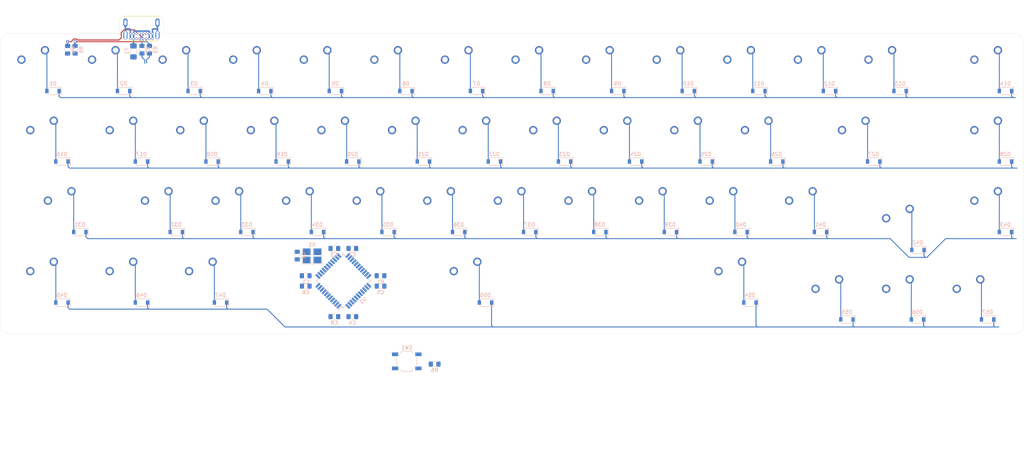
<source format=kicad_pcb>
(kicad_pcb (version 20171130) (host pcbnew "(5.1.6)-1")
  (layers (0 F.Cu signal) (31 B.Cu signal) (34 B.Paste user) (35 F.Paste user) (36 B.SilkS user) (37 F.SilkS user) (38 B.Mask user) (39 F.Mask user) (44 Edge.Cuts user))
  (net 0 "")
  (net 1 GND)
  (net 2 "Net-(C1-Pad1)")
  (net 3 XTAL1)
  (net 4 XTAL2)
  (net 5 +5V)
  (net 6 "Net-(D1-Pad2)")
  (net 7 ROW0)
  (net 8 "Net-(D2-Pad2)")
  (net 9 "Net-(D3-Pad2)")
  (net 10 "Net-(D4-Pad2)")
  (net 11 "Net-(D5-Pad2)")
  (net 12 "Net-(D6-Pad2)")
  (net 13 "Net-(D7-Pad2)")
  (net 14 "Net-(D8-Pad2)")
  (net 15 "Net-(D9-Pad2)")
  (net 16 "Net-(D10-Pad2)")
  (net 17 "Net-(D11-Pad2)")
  (net 18 "Net-(D12-Pad2)")
  (net 19 "Net-(D13-Pad2)")
  (net 20 "Net-(D14-Pad2)")
  (net 21 "Net-(D16-Pad2)")
  (net 22 ROW1)
  (net 23 "Net-(D17-Pad2)")
  (net 24 "Net-(D18-Pad2)")
  (net 25 "Net-(D19-Pad2)")
  (net 26 "Net-(D20-Pad2)")
  (net 27 "Net-(D21-Pad2)")
  (net 28 "Net-(D22-Pad2)")
  (net 29 "Net-(D23-Pad2)")
  (net 30 "Net-(D24-Pad2)")
  (net 31 "Net-(D25-Pad2)")
  (net 32 "Net-(D26-Pad2)")
  (net 33 "Net-(D27-Pad2)")
  (net 34 "Net-(D28-Pad2)")
  (net 35 "Net-(D31-Pad2)")
  (net 36 ROW2)
  (net 37 "Net-(D32-Pad2)")
  (net 38 "Net-(D33-Pad2)")
  (net 39 "Net-(D34-Pad2)")
  (net 40 "Net-(D35-Pad2)")
  (net 41 "Net-(D36-Pad2)")
  (net 42 "Net-(D37-Pad2)")
  (net 43 "Net-(D38-Pad2)")
  (net 44 "Net-(D39-Pad2)")
  (net 45 "Net-(D40-Pad2)")
  (net 46 "Net-(D41-Pad2)")
  (net 47 "Net-(D42-Pad2)")
  (net 48 "Net-(D43-Pad2)")
  (net 49 "Net-(D45-Pad2)")
  (net 50 ROW3)
  (net 51 "Net-(D46-Pad2)")
  (net 52 "Net-(D47-Pad2)")
  (net 53 "Net-(D50-Pad2)")
  (net 54 "Net-(D54-Pad2)")
  (net 55 "Net-(D55-Pad2)")
  (net 56 "Net-(D56-Pad2)")
  (net 57 "Net-(D57-Pad2)")
  (net 58 VCC)
  (net 59 "Net-(J1-PadB8)")
  (net 60 "Net-(J1-PadA7)")
  (net 61 "Net-(J1-PadA6)")
  (net 62 "Net-(J1-PadB5)")
  (net 63 "Net-(J1-PadA8)")
  (net 64 "Net-(J1-PadA5)")
  (net 65 COL0)
  (net 66 COL1)
  (net 67 COL2)
  (net 68 COL3)
  (net 69 COL4)
  (net 70 COL5)
  (net 71 COL6)
  (net 72 COL7)
  (net 73 COL8)
  (net 74 COL9)
  (net 75 COL10)
  (net 76 COL11)
  (net 77 COL12)
  (net 78 COL13)
  (net 79 "Net-(R1-Pad1)")
  (net 80 D-)
  (net 81 D+)
  (net 82 RESET)
  (net 83 "Net-(U1-Pad42)")
  (net 84 "Net-(U1-Pad11)")
  (net 85 "Net-(U1-Pad10)")
  (net 86 "Net-(U1-Pad9)")
  (net 87 "Net-(U1-Pad8)")
  (net 88 "Net-(U1-Pad1)")
  (net 89 "Net-(U1-Pad30)")
  (net 90 "Net-(U1-Pad18)")
  (module MX_Only:MXOnly-1U-NoLED (layer F.Cu) (at 253.4285 134.20725)
    (fp_text reference MX56)
    (fp_text value MX-NoLED)
    (pad 2 thru_hole circle (at 2.54 -5.08) (size 2.25 2.25) (drill 1.47) (layers *.Cu B.Mask) (net 56 "Net-(D56-Pad2)"))
    (pad "" np_thru_hole circle (at 0 0) (size 3.9878 3.9878) (drill 3.9878) (layers *.Cu *.Mask))
    (pad 1 thru_hole circle (at -3.81 -2.54) (size 2.25 2.25) (drill 1.47) (layers *.Cu B.Mask) (net 76 COL11))
    (pad "" np_thru_hole circle (at -5.08 0 48.0996) (size 1.75 1.75) (drill 1.75) (layers *.Cu *.Mask))
    (pad "" np_thru_hole circle (at 5.08 0 48.0996) (size 1.75 1.75) (drill 1.75) (layers *.Cu *.Mask))
  )
  (module MX_Only:MXOnly-1.25U-NoLED (layer F.Cu) (at 208.18475 129.44475)
    (fp_text reference MX54)
    (fp_text value MX-NoLED)
    (pad 2 thru_hole circle (at 2.54 -5.08) (size 2.25 2.25) (drill 1.47) (layers *.Cu B.Mask) (net 54 "Net-(D54-Pad2)"))
    (pad "" np_thru_hole circle (at 0 0) (size 3.9878 3.9878) (drill 3.9878) (layers *.Cu *.Mask))
    (pad 1 thru_hole circle (at -3.81 -2.54) (size 2.25 2.25) (drill 1.47) (layers *.Cu B.Mask) (net 74 COL9))
    (pad "" np_thru_hole circle (at -5.08 0 48.0996) (size 1.75 1.75) (drill 1.75) (layers *.Cu *.Mask))
    (pad "" np_thru_hole circle (at 5.08 0 48.0996) (size 1.75 1.75) (drill 1.75) (layers *.Cu *.Mask))
  )
  (module MX_Only:MXOnly-6.25U-ReversedStabilizers-NoLED (layer F.Cu) (at 136.74725 129.44475)
    (fp_text reference MX50)
    (fp_text value MX-NoLED)
    (pad 2 thru_hole circle (at 2.54 -5.08) (size 2.25 2.25) (drill 1.47) (layers *.Cu B.Mask) (net 53 "Net-(D50-Pad2)"))
    (pad "" np_thru_hole circle (at 0 0) (size 3.9878 3.9878) (drill 3.9878) (layers *.Cu *.Mask))
    (pad 1 thru_hole circle (at -3.81 -2.54) (size 2.25 2.25) (drill 1.47) (layers *.Cu B.Mask) (net 70 COL5))
    (pad "" np_thru_hole circle (at -5.08 0 48.0996) (size 1.75 1.75) (drill 1.75) (layers *.Cu *.Mask))
    (pad "" np_thru_hole circle (at 5.08 0 48.0996) (size 1.75 1.75) (drill 1.75) (layers *.Cu *.Mask))
    (pad "" np_thru_hole circle (at -49.9999 6.985) (size 3.048 3.048) (drill 3.048) (layers *.Cu *.Mask))
    (pad "" np_thru_hole circle (at 49.9999 6.985) (size 3.048 3.048) (drill 3.048) (layers *.Cu *.Mask))
    (pad "" np_thru_hole circle (at -49.9999 -8.255) (size 3.9878 3.9878) (drill 3.9878) (layers *.Cu *.Mask))
    (pad "" np_thru_hole circle (at 49.9999 -8.255) (size 3.9878 3.9878) (drill 3.9878) (layers *.Cu *.Mask))
  )
  (module MX_Only:MXOnly-1.25U-NoLED (layer F.Cu) (at 65.30975 129.44475)
    (fp_text reference MX47)
    (fp_text value MX-NoLED)
    (pad 2 thru_hole circle (at 2.54 -5.08) (size 2.25 2.25) (drill 1.47) (layers *.Cu B.Mask) (net 52 "Net-(D47-Pad2)"))
    (pad "" np_thru_hole circle (at 0 0) (size 3.9878 3.9878) (drill 3.9878) (layers *.Cu *.Mask))
    (pad 1 thru_hole circle (at -3.81 -2.54) (size 2.25 2.25) (drill 1.47) (layers *.Cu B.Mask) (net 67 COL2))
    (pad "" np_thru_hole circle (at -5.08 0 48.0996) (size 1.75 1.75) (drill 1.75) (layers *.Cu *.Mask))
    (pad "" np_thru_hole circle (at 5.08 0 48.0996) (size 1.75 1.75) (drill 1.75) (layers *.Cu *.Mask))
  )
  (module MX_Only:MXOnly-1.25U-NoLED (layer F.Cu) (at 22.44725 129.44475)
    (fp_text reference MX45)
    (fp_text value MX-NoLED)
    (pad 2 thru_hole circle (at 2.54 -5.08) (size 2.25 2.25) (drill 1.47) (layers *.Cu B.Mask) (net 49 "Net-(D45-Pad2)"))
    (pad "" np_thru_hole circle (at 0 0) (size 3.9878 3.9878) (drill 3.9878) (layers *.Cu *.Mask))
    (pad 1 thru_hole circle (at -3.81 -2.54) (size 2.25 2.25) (drill 1.47) (layers *.Cu B.Mask) (net 65 COL0))
    (pad "" np_thru_hole circle (at -5.08 0 48.0996) (size 1.75 1.75) (drill 1.75) (layers *.Cu *.Mask))
    (pad "" np_thru_hole circle (at 5.08 0 48.0996) (size 1.75 1.75) (drill 1.75) (layers *.Cu *.Mask))
  )
  (module MX_Only:MXOnly-1U-NoLED (layer F.Cu) (at 277.241 110.39475)
    (fp_text reference MX43)
    (fp_text value MX-NoLED)
    (pad 2 thru_hole circle (at 2.54 -5.08) (size 2.25 2.25) (drill 1.47) (layers *.Cu B.Mask) (net 48 "Net-(D43-Pad2)"))
    (pad "" np_thru_hole circle (at 0 0) (size 3.9878 3.9878) (drill 3.9878) (layers *.Cu *.Mask))
    (pad 1 thru_hole circle (at -3.81 -2.54) (size 2.25 2.25) (drill 1.47) (layers *.Cu B.Mask) (net 77 COL12))
    (pad "" np_thru_hole circle (at -5.08 0 48.0996) (size 1.75 1.75) (drill 1.75) (layers *.Cu *.Mask))
    (pad "" np_thru_hole circle (at 5.08 0 48.0996) (size 1.75 1.75) (drill 1.75) (layers *.Cu *.Mask))
  )
  (module MX_Only:MXOnly-1.25U-NoLED (layer F.Cu) (at 227.23475 110.39475)
    (fp_text reference MX41)
    (fp_text value MX-NoLED)
    (pad 2 thru_hole circle (at 2.54 -5.08) (size 2.25 2.25) (drill 1.47) (layers *.Cu B.Mask) (net 46 "Net-(D41-Pad2)"))
    (pad "" np_thru_hole circle (at 0 0) (size 3.9878 3.9878) (drill 3.9878) (layers *.Cu *.Mask))
    (pad 1 thru_hole circle (at -3.81 -2.54) (size 2.25 2.25) (drill 1.47) (layers *.Cu B.Mask) (net 75 COL10))
    (pad "" np_thru_hole circle (at -5.08 0 48.0996) (size 1.75 1.75) (drill 1.75) (layers *.Cu *.Mask))
    (pad "" np_thru_hole circle (at 5.08 0 48.0996) (size 1.75 1.75) (drill 1.75) (layers *.Cu *.Mask))
  )
  (module MX_Only:MXOnly-1.75U-NoLED (layer F.Cu) (at 27.20975 110.39475)
    (fp_text reference MX31)
    (fp_text value MX-NoLED)
    (pad 2 thru_hole circle (at 2.54 -5.08) (size 2.25 2.25) (drill 1.47) (layers *.Cu B.Mask) (net 35 "Net-(D31-Pad2)"))
    (pad "" np_thru_hole circle (at 0 0) (size 3.9878 3.9878) (drill 3.9878) (layers *.Cu *.Mask))
    (pad 1 thru_hole circle (at -3.81 -2.54) (size 2.25 2.25) (drill 1.47) (layers *.Cu B.Mask) (net 65 COL0))
    (pad "" np_thru_hole circle (at -5.08 0 48.0996) (size 1.75 1.75) (drill 1.75) (layers *.Cu *.Mask))
    (pad "" np_thru_hole circle (at 5.08 0 48.0996) (size 1.75 1.75) (drill 1.75) (layers *.Cu *.Mask))
  )
  (module MX_Only:MXOnly-1.75U-NoLED (layer F.Cu) (at 241.52225 91.34475)
    (fp_text reference MX27)
    (fp_text value MX-NoLED)
    (pad 2 thru_hole circle (at 2.54 -5.08) (size 2.25 2.25) (drill 1.47) (layers *.Cu B.Mask) (net 33 "Net-(D27-Pad2)"))
    (pad "" np_thru_hole circle (at 0 0) (size 3.9878 3.9878) (drill 3.9878) (layers *.Cu *.Mask))
    (pad 1 thru_hole circle (at -3.81 -2.54) (size 2.25 2.25) (drill 1.47) (layers *.Cu B.Mask) (net 76 COL11))
    (pad "" np_thru_hole circle (at -5.08 0 48.0996) (size 1.75 1.75) (drill 1.75) (layers *.Cu *.Mask))
    (pad "" np_thru_hole circle (at 5.08 0 48.0996) (size 1.75 1.75) (drill 1.75) (layers *.Cu *.Mask))
  )
  (module MX_Only:MXOnly-1.25U-NoLED (layer F.Cu) (at 22.44725 91.34475)
    (fp_text reference MX16)
    (fp_text value MX-NoLED)
    (pad 2 thru_hole circle (at 2.54 -5.08) (size 2.25 2.25) (drill 1.47) (layers *.Cu B.Mask) (net 21 "Net-(D16-Pad2)"))
    (pad "" np_thru_hole circle (at 0 0) (size 3.9878 3.9878) (drill 3.9878) (layers *.Cu *.Mask))
    (pad 1 thru_hole circle (at -3.81 -2.54) (size 2.25 2.25) (drill 1.47) (layers *.Cu B.Mask) (net 65 COL0))
    (pad "" np_thru_hole circle (at -5.08 0 48.0996) (size 1.75 1.75) (drill 1.75) (layers *.Cu *.Mask))
    (pad "" np_thru_hole circle (at 5.08 0 48.0996) (size 1.75 1.75) (drill 1.75) (layers *.Cu *.Mask))
  )
  (module MX_Only:MXOnly-1U-NoLED (layer F.Cu) (at 277.241 72.29475)
    (fp_text reference MX14)
    (fp_text value MX-NoLED)
    (pad 2 thru_hole circle (at 2.54 -5.08) (size 2.25 2.25) (drill 1.47) (layers *.Cu B.Mask) (net 20 "Net-(D14-Pad2)"))
    (pad "" np_thru_hole circle (at 0 0) (size 3.9878 3.9878) (drill 3.9878) (layers *.Cu *.Mask))
    (pad 1 thru_hole circle (at -3.81 -2.54) (size 2.25 2.25) (drill 1.47) (layers *.Cu B.Mask) (net 78 COL13))
    (pad "" np_thru_hole circle (at -5.08 0 48.0996) (size 1.75 1.75) (drill 1.75) (layers *.Cu *.Mask))
    (pad "" np_thru_hole circle (at 5.08 0 48.0996) (size 1.75 1.75) (drill 1.75) (layers *.Cu *.Mask))
  )
  (module Crystal:Crystal_SMD_SeikoEpson_FA238-4Pin_3.2x2.5mm_HandSoldering (layer B.Cu) (at 94.668 122.766 180)
    (fp_text reference X1 (at 0 3) (layer B.SilkS) (effects (justify mirror)))
    (fp_text value XTAL_GND)
    (pad 4 smd rect (at -1.45 1.1 180) (size 2.1 1.8) (layers B.Cu B.Paste B.Mask) (net 1 GND))
    (pad 3 smd rect (at 1.45 1.1 180) (size 2.1 1.8) (layers B.Cu B.Paste B.Mask) (net 4 XTAL2))
    (pad 2 smd rect (at 1.45 -1.1 180) (size 2.1 1.8) (layers B.Cu B.Paste B.Mask) (net 1 GND))
    (pad 1 smd rect (at -1.45 -1.1 180) (size 2.1 1.8) (layers B.Cu B.Paste B.Mask) (net 3 XTAL1))
  )
  (module Package_QFP:TQFP-44_10x10mm_P0.8mm (layer B.Cu) (at 103.124 129.54 45)
    (fp_text reference U1 (at 0 7.45 45) (layer B.SilkS) (effects (justify mirror)))
    (fp_text value ATMEGA32U4)
    (pad 44 smd rect (at -4 5.7 315) (size 1.5 0.55) (layers B.Cu B.Paste B.Mask) (net 5 +5V))
    (pad 43 smd rect (at -3.2 5.7 315) (size 1.5 0.55) (layers B.Cu B.Paste B.Mask) (net 1 GND))
    (pad 42 smd rect (at -2.4 5.7 315) (size 1.5 0.55) (layers B.Cu B.Paste B.Mask) (net 83 "Net-(U1-Pad42)"))
    (pad 41 smd rect (at -1.6 5.7 315) (size 1.5 0.55) (layers B.Cu B.Paste B.Mask) (net 72 COL7))
    (pad 40 smd rect (at -0.8 5.7 315) (size 1.5 0.55) (layers B.Cu B.Paste B.Mask) (net 65 COL0))
    (pad 39 smd rect (at 0 5.7 315) (size 1.5 0.55) (layers B.Cu B.Paste B.Mask) (net 66 COL1))
    (pad 38 smd rect (at 0.8 5.7 315) (size 1.5 0.55) (layers B.Cu B.Paste B.Mask) (net 67 COL2))
    (pad 37 smd rect (at 1.6 5.7 315) (size 1.5 0.55) (layers B.Cu B.Paste B.Mask) (net 68 COL3))
    (pad 36 smd rect (at 2.4 5.7 315) (size 1.5 0.55) (layers B.Cu B.Paste B.Mask) (net 69 COL4))
    (pad 35 smd rect (at 3.2 5.7 315) (size 1.5 0.55) (layers B.Cu B.Paste B.Mask) (net 1 GND))
    (pad 34 smd rect (at 4 5.7 315) (size 1.5 0.55) (layers B.Cu B.Paste B.Mask) (net 5 +5V))
    (pad 33 smd rect (at 5.7 4 45) (size 1.5 0.55) (layers B.Cu B.Paste B.Mask) (net 79 "Net-(R1-Pad1)"))
    (pad 32 smd rect (at 5.7 3.2 45) (size 1.5 0.55) (layers B.Cu B.Paste B.Mask) (net 70 COL5))
    (pad 31 smd rect (at 5.7 2.4 45) (size 1.5 0.55) (layers B.Cu B.Paste B.Mask) (net 71 COL6))
    (pad 30 smd rect (at 5.7 1.6 45) (size 1.5 0.55) (layers B.Cu B.Paste B.Mask) (net 89 "Net-(U1-Pad30)"))
    (pad 29 smd rect (at 5.7 0.8 45) (size 1.5 0.55) (layers B.Cu B.Paste B.Mask) (net 50 ROW3))
    (pad 28 smd rect (at 5.7 0 45) (size 1.5 0.55) (layers B.Cu B.Paste B.Mask) (net 36 ROW2))
    (pad 27 smd rect (at 5.7 -0.8 45) (size 1.5 0.55) (layers B.Cu B.Paste B.Mask) (net 22 ROW1))
    (pad 26 smd rect (at 5.7 -1.6 45) (size 1.5 0.55) (layers B.Cu B.Paste B.Mask) (net 7 ROW0))
    (pad 25 smd rect (at 5.7 -2.4 45) (size 1.5 0.55) (layers B.Cu B.Paste B.Mask) (net 73 COL8))
    (pad 24 smd rect (at 5.7 -3.2 45) (size 1.5 0.55) (layers B.Cu B.Paste B.Mask) (net 5 +5V))
    (pad 23 smd rect (at 5.7 -4 45) (size 1.5 0.55) (layers B.Cu B.Paste B.Mask) (net 1 GND))
    (pad 22 smd rect (at 4 -5.7 315) (size 1.5 0.55) (layers B.Cu B.Paste B.Mask) (net 74 COL9))
    (pad 21 smd rect (at 3.2 -5.7 315) (size 1.5 0.55) (layers B.Cu B.Paste B.Mask) (net 75 COL10))
    (pad 20 smd rect (at 2.4 -5.7 315) (size 1.5 0.55) (layers B.Cu B.Paste B.Mask) (net 76 COL11))
    (pad 19 smd rect (at 1.6 -5.7 315) (size 1.5 0.55) (layers B.Cu B.Paste B.Mask) (net 77 COL12))
    (pad 18 smd rect (at 0.8 -5.7 315) (size 1.5 0.55) (layers B.Cu B.Paste B.Mask) (net 90 "Net-(U1-Pad18)"))
    (pad 17 smd rect (at 0 -5.7 315) (size 1.5 0.55) (layers B.Cu B.Paste B.Mask) (net 4 XTAL2))
    (pad 16 smd rect (at -0.8 -5.7 315) (size 1.5 0.55) (layers B.Cu B.Paste B.Mask) (net 3 XTAL1))
    (pad 15 smd rect (at -1.6 -5.7 315) (size 1.5 0.55) (layers B.Cu B.Paste B.Mask) (net 1 GND))
    (pad 14 smd rect (at -2.4 -5.7 315) (size 1.5 0.55) (layers B.Cu B.Paste B.Mask) (net 5 +5V))
    (pad 13 smd rect (at -3.2 -5.7 315) (size 1.5 0.55) (layers B.Cu B.Paste B.Mask) (net 82 RESET))
    (pad 12 smd rect (at -4 -5.7 315) (size 1.5 0.55) (layers B.Cu B.Paste B.Mask) (net 78 COL13))
    (pad 11 smd rect (at -5.7 -4 45) (size 1.5 0.55) (layers B.Cu B.Paste B.Mask) (net 84 "Net-(U1-Pad11)"))
    (pad 10 smd rect (at -5.7 -3.2 45) (size 1.5 0.55) (layers B.Cu B.Paste B.Mask) (net 85 "Net-(U1-Pad10)"))
    (pad 9 smd rect (at -5.7 -2.4 45) (size 1.5 0.55) (layers B.Cu B.Paste B.Mask) (net 86 "Net-(U1-Pad9)"))
    (pad 8 smd rect (at -5.7 -1.6 45) (size 1.5 0.55) (layers B.Cu B.Paste B.Mask) (net 87 "Net-(U1-Pad8)"))
    (pad 7 smd rect (at -5.7 -0.8 45) (size 1.5 0.55) (layers B.Cu B.Paste B.Mask) (net 5 +5V))
    (pad 6 smd rect (at -5.7 0 45) (size 1.5 0.55) (layers B.Cu B.Paste B.Mask) (net 2 "Net-(C1-Pad1)"))
    (pad 5 smd rect (at -5.7 0.8 45) (size 1.5 0.55) (layers B.Cu B.Paste B.Mask) (net 1 GND))
    (pad 4 smd rect (at -5.7 1.6 45) (size 1.5 0.55) (layers B.Cu B.Paste B.Mask) (net 81 D+))
    (pad 3 smd rect (at -5.7 2.4 45) (size 1.5 0.55) (layers B.Cu B.Paste B.Mask) (net 80 D-))
    (pad 2 smd rect (at -5.7 3.2 45) (size 1.5 0.55) (layers B.Cu B.Paste B.Mask) (net 5 +5V))
    (pad 1 smd rect (at -5.7 4 45) (size 1.5 0.55) (layers B.Cu B.Paste B.Mask) (net 88 "Net-(U1-Pad1)"))
  )
  (module Button_Switch_SMD:SW_SPST_TL3342 (layer B.Cu) (at 120.244 151.262 180)
    (fp_text reference SW1 (at 0 3.75) (layer B.SilkS) (effects (justify mirror)))
    (fp_text value SW_PUSH)
    (pad 2 smd rect (at 3.15 -1.9 180) (size 1.7 1) (layers B.Cu B.Paste B.Mask) (net 82 RESET))
    (pad 2 smd rect (at -3.15 -1.9 180) (size 1.7 1) (layers B.Cu B.Paste B.Mask) (net 82 RESET))
    (pad 1 smd rect (at 3.15 1.9 180) (size 1.7 1) (layers B.Cu B.Paste B.Mask) (net 1 GND))
    (pad 1 smd rect (at -3.15 1.9 180) (size 1.7 1) (layers B.Cu B.Paste B.Mask) (net 1 GND))
  )
  (module Resistor_SMD:R_0805_2012Metric_Pad1.15x1.40mm_HandSolder (layer B.Cu) (at 127.762 152.019)
    (fp_text reference R6 (at 0 1.65) (layer B.SilkS) (effects (justify mirror)))
    (fp_text value 10k)
    (pad 2 smd roundrect (at 1.025 0) (size 1.15 1.4) (layers B.Cu B.Paste B.Mask) (roundrect_rratio 0.217391) (net 82 RESET))
    (pad 1 smd roundrect (at -1.025 0) (size 1.15 1.4) (layers B.Cu B.Paste B.Mask) (roundrect_rratio 0.217391) (net 5 +5V))
  )
  (module Resistor_SMD:R_0805_2012Metric_Pad1.15x1.40mm_HandSolder (layer B.Cu) (at 30.734 67.065 90)
    (fp_text reference R5 (at 0 1.65 90) (layer B.SilkS) (effects (justify mirror)))
    (fp_text value 5.1k)
    (pad 2 smd roundrect (at 1.025 0 90) (size 1.15 1.4) (layers B.Cu B.Paste B.Mask) (roundrect_rratio 0.217391) (net 64 "Net-(J1-PadA5)"))
    (pad 1 smd roundrect (at -1.025 0 90) (size 1.15 1.4) (layers B.Cu B.Paste B.Mask) (roundrect_rratio 0.217391) (net 1 GND))
  )
  (module Resistor_SMD:R_0805_2012Metric_Pad1.15x1.40mm_HandSolder (layer B.Cu) (at 28.702 67.065 90)
    (fp_text reference R4 (at 0 1.65 90) (layer B.SilkS) (effects (justify mirror)))
    (fp_text value 5.1k)
    (pad 2 smd roundrect (at 1.025 0 90) (size 1.15 1.4) (layers B.Cu B.Paste B.Mask) (roundrect_rratio 0.217391) (net 62 "Net-(J1-PadB5)"))
    (pad 1 smd roundrect (at -1.025 0 90) (size 1.15 1.4) (layers B.Cu B.Paste B.Mask) (roundrect_rratio 0.217391) (net 1 GND))
  )
  (module Resistor_SMD:R_0805_2012Metric_Pad1.15x1.40mm_HandSolder (layer B.Cu) (at 50.8 67.065 90)
    (fp_text reference R3 (at 0 1.65 90) (layer B.SilkS) (effects (justify mirror)))
    (fp_text value "22 ohm")
    (pad 2 smd roundrect (at 1.025 0 90) (size 1.15 1.4) (layers B.Cu B.Paste B.Mask) (roundrect_rratio 0.217391) (net 61 "Net-(J1-PadA6)"))
    (pad 1 smd roundrect (at -1.025 0 90) (size 1.15 1.4) (layers B.Cu B.Paste B.Mask) (roundrect_rratio 0.217391) (net 81 D+))
  )
  (module Resistor_SMD:R_0805_2012Metric_Pad1.15x1.40mm_HandSolder (layer B.Cu) (at 48.768 67.065 90)
    (fp_text reference R2 (at 0 1.65 90) (layer B.SilkS) (effects (justify mirror)))
    (fp_text value "22 ohm")
    (pad 2 smd roundrect (at 1.025 0 90) (size 1.15 1.4) (layers B.Cu B.Paste B.Mask) (roundrect_rratio 0.217391) (net 60 "Net-(J1-PadA7)"))
    (pad 1 smd roundrect (at -1.025 0 90) (size 1.15 1.4) (layers B.Cu B.Paste B.Mask) (roundrect_rratio 0.217391) (net 80 D-))
  )
  (module Resistor_SMD:R_0805_2012Metric_Pad1.15x1.40mm_HandSolder (layer B.Cu) (at 113.148 128.143)
    (fp_text reference R1 (at 0 1.65) (layer B.SilkS) (effects (justify mirror)))
    (fp_text value 10k)
    (pad 2 smd roundrect (at 1.025 0) (size 1.15 1.4) (layers B.Cu B.Paste B.Mask) (roundrect_rratio 0.217391) (net 1 GND))
    (pad 1 smd roundrect (at -1.025 0) (size 1.15 1.4) (layers B.Cu B.Paste B.Mask) (roundrect_rratio 0.217391) (net 79 "Net-(R1-Pad1)"))
  )
  (module MX_Only:MXOnly-1U-NoLED (layer F.Cu) (at 272.4785 134.20725)
    (fp_text reference MX57)
    (fp_text value MX-NoLED)
    (pad 2 thru_hole circle (at 2.54 -5.08) (size 2.25 2.25) (drill 1.47) (layers *.Cu B.Mask) (net 57 "Net-(D57-Pad2)"))
    (pad "" np_thru_hole circle (at 0 0) (size 3.9878 3.9878) (drill 3.9878) (layers *.Cu *.Mask))
    (pad 1 thru_hole circle (at -3.81 -2.54) (size 2.25 2.25) (drill 1.47) (layers *.Cu B.Mask) (net 77 COL12))
    (pad "" np_thru_hole circle (at -5.08 0 48.0996) (size 1.75 1.75) (drill 1.75) (layers *.Cu *.Mask))
    (pad "" np_thru_hole circle (at 5.08 0 48.0996) (size 1.75 1.75) (drill 1.75) (layers *.Cu *.Mask))
  )
  (module MX_Only:MXOnly-1U-NoLED (layer F.Cu) (at 234.3785 134.20725)
    (fp_text reference MX55)
    (fp_text value MX-NoLED)
    (pad 2 thru_hole circle (at 2.54 -5.08) (size 2.25 2.25) (drill 1.47) (layers *.Cu B.Mask) (net 55 "Net-(D55-Pad2)"))
    (pad "" np_thru_hole circle (at 0 0) (size 3.9878 3.9878) (drill 3.9878) (layers *.Cu *.Mask))
    (pad 1 thru_hole circle (at -3.81 -2.54) (size 2.25 2.25) (drill 1.47) (layers *.Cu B.Mask) (net 75 COL10))
    (pad "" np_thru_hole circle (at -5.08 0 48.0996) (size 1.75 1.75) (drill 1.75) (layers *.Cu *.Mask))
    (pad "" np_thru_hole circle (at 5.08 0 48.0996) (size 1.75 1.75) (drill 1.75) (layers *.Cu *.Mask))
  )
  (module MX_Only:MXOnly-1U-NoLED (layer F.Cu) (at 43.8785 129.44475)
    (fp_text reference MX46)
    (fp_text value MX-NoLED)
    (pad 2 thru_hole circle (at 2.54 -5.08) (size 2.25 2.25) (drill 1.47) (layers *.Cu B.Mask) (net 51 "Net-(D46-Pad2)"))
    (pad "" np_thru_hole circle (at 0 0) (size 3.9878 3.9878) (drill 3.9878) (layers *.Cu *.Mask))
    (pad 1 thru_hole circle (at -3.81 -2.54) (size 2.25 2.25) (drill 1.47) (layers *.Cu B.Mask) (net 66 COL1))
    (pad "" np_thru_hole circle (at -5.08 0 48.0996) (size 1.75 1.75) (drill 1.75) (layers *.Cu *.Mask))
    (pad "" np_thru_hole circle (at 5.08 0 48.0996) (size 1.75 1.75) (drill 1.75) (layers *.Cu *.Mask))
  )
  (module MX_Only:MXOnly-1U-NoLED (layer F.Cu) (at 253.4285 115.15725)
    (fp_text reference MX42)
    (fp_text value MX-NoLED)
    (pad 2 thru_hole circle (at 2.54 -5.08) (size 2.25 2.25) (drill 1.47) (layers *.Cu B.Mask) (net 47 "Net-(D42-Pad2)"))
    (pad "" np_thru_hole circle (at 0 0) (size 3.9878 3.9878) (drill 3.9878) (layers *.Cu *.Mask))
    (pad 1 thru_hole circle (at -3.81 -2.54) (size 2.25 2.25) (drill 1.47) (layers *.Cu B.Mask) (net 76 COL11))
    (pad "" np_thru_hole circle (at -5.08 0 48.0996) (size 1.75 1.75) (drill 1.75) (layers *.Cu *.Mask))
    (pad "" np_thru_hole circle (at 5.08 0 48.0996) (size 1.75 1.75) (drill 1.75) (layers *.Cu *.Mask))
  )
  (module MX_Only:MXOnly-1U-NoLED (layer F.Cu) (at 205.8035 110.39475)
    (fp_text reference MX40)
    (fp_text value MX-NoLED)
    (pad 2 thru_hole circle (at 2.54 -5.08) (size 2.25 2.25) (drill 1.47) (layers *.Cu B.Mask) (net 45 "Net-(D40-Pad2)"))
    (pad "" np_thru_hole circle (at 0 0) (size 3.9878 3.9878) (drill 3.9878) (layers *.Cu *.Mask))
    (pad 1 thru_hole circle (at -3.81 -2.54) (size 2.25 2.25) (drill 1.47) (layers *.Cu B.Mask) (net 74 COL9))
    (pad "" np_thru_hole circle (at -5.08 0 48.0996) (size 1.75 1.75) (drill 1.75) (layers *.Cu *.Mask))
    (pad "" np_thru_hole circle (at 5.08 0 48.0996) (size 1.75 1.75) (drill 1.75) (layers *.Cu *.Mask))
  )
  (module MX_Only:MXOnly-1U-NoLED (layer F.Cu) (at 186.7535 110.39475)
    (fp_text reference MX39)
    (fp_text value MX-NoLED)
    (pad 2 thru_hole circle (at 2.54 -5.08) (size 2.25 2.25) (drill 1.47) (layers *.Cu B.Mask) (net 44 "Net-(D39-Pad2)"))
    (pad "" np_thru_hole circle (at 0 0) (size 3.9878 3.9878) (drill 3.9878) (layers *.Cu *.Mask))
    (pad 1 thru_hole circle (at -3.81 -2.54) (size 2.25 2.25) (drill 1.47) (layers *.Cu B.Mask) (net 73 COL8))
    (pad "" np_thru_hole circle (at -5.08 0 48.0996) (size 1.75 1.75) (drill 1.75) (layers *.Cu *.Mask))
    (pad "" np_thru_hole circle (at 5.08 0 48.0996) (size 1.75 1.75) (drill 1.75) (layers *.Cu *.Mask))
  )
  (module MX_Only:MXOnly-1U-NoLED (layer F.Cu) (at 167.7035 110.39475)
    (fp_text reference MX38)
    (fp_text value MX-NoLED)
    (pad 2 thru_hole circle (at 2.54 -5.08) (size 2.25 2.25) (drill 1.47) (layers *.Cu B.Mask) (net 43 "Net-(D38-Pad2)"))
    (pad "" np_thru_hole circle (at 0 0) (size 3.9878 3.9878) (drill 3.9878) (layers *.Cu *.Mask))
    (pad 1 thru_hole circle (at -3.81 -2.54) (size 2.25 2.25) (drill 1.47) (layers *.Cu B.Mask) (net 72 COL7))
    (pad "" np_thru_hole circle (at -5.08 0 48.0996) (size 1.75 1.75) (drill 1.75) (layers *.Cu *.Mask))
    (pad "" np_thru_hole circle (at 5.08 0 48.0996) (size 1.75 1.75) (drill 1.75) (layers *.Cu *.Mask))
  )
  (module MX_Only:MXOnly-1U-NoLED (layer F.Cu) (at 148.6535 110.39475)
    (fp_text reference MX37)
    (fp_text value MX-NoLED)
    (pad 2 thru_hole circle (at 2.54 -5.08) (size 2.25 2.25) (drill 1.47) (layers *.Cu B.Mask) (net 42 "Net-(D37-Pad2)"))
    (pad "" np_thru_hole circle (at 0 0) (size 3.9878 3.9878) (drill 3.9878) (layers *.Cu *.Mask))
    (pad 1 thru_hole circle (at -3.81 -2.54) (size 2.25 2.25) (drill 1.47) (layers *.Cu B.Mask) (net 71 COL6))
    (pad "" np_thru_hole circle (at -5.08 0 48.0996) (size 1.75 1.75) (drill 1.75) (layers *.Cu *.Mask))
    (pad "" np_thru_hole circle (at 5.08 0 48.0996) (size 1.75 1.75) (drill 1.75) (layers *.Cu *.Mask))
  )
  (module MX_Only:MXOnly-1U-NoLED (layer F.Cu) (at 129.6035 110.39475)
    (fp_text reference MX36)
    (fp_text value MX-NoLED)
    (pad 2 thru_hole circle (at 2.54 -5.08) (size 2.25 2.25) (drill 1.47) (layers *.Cu B.Mask) (net 41 "Net-(D36-Pad2)"))
    (pad "" np_thru_hole circle (at 0 0) (size 3.9878 3.9878) (drill 3.9878) (layers *.Cu *.Mask))
    (pad 1 thru_hole circle (at -3.81 -2.54) (size 2.25 2.25) (drill 1.47) (layers *.Cu B.Mask) (net 70 COL5))
    (pad "" np_thru_hole circle (at -5.08 0 48.0996) (size 1.75 1.75) (drill 1.75) (layers *.Cu *.Mask))
    (pad "" np_thru_hole circle (at 5.08 0 48.0996) (size 1.75 1.75) (drill 1.75) (layers *.Cu *.Mask))
  )
  (module MX_Only:MXOnly-1U-NoLED (layer F.Cu) (at 110.5535 110.39475)
    (fp_text reference MX35)
    (fp_text value MX-NoLED)
    (pad 2 thru_hole circle (at 2.54 -5.08) (size 2.25 2.25) (drill 1.47) (layers *.Cu B.Mask) (net 40 "Net-(D35-Pad2)"))
    (pad "" np_thru_hole circle (at 0 0) (size 3.9878 3.9878) (drill 3.9878) (layers *.Cu *.Mask))
    (pad 1 thru_hole circle (at -3.81 -2.54) (size 2.25 2.25) (drill 1.47) (layers *.Cu B.Mask) (net 69 COL4))
    (pad "" np_thru_hole circle (at -5.08 0 48.0996) (size 1.75 1.75) (drill 1.75) (layers *.Cu *.Mask))
    (pad "" np_thru_hole circle (at 5.08 0 48.0996) (size 1.75 1.75) (drill 1.75) (layers *.Cu *.Mask))
  )
  (module MX_Only:MXOnly-1U-NoLED (layer F.Cu) (at 91.5035 110.39475)
    (fp_text reference MX34)
    (fp_text value MX-NoLED)
    (pad 2 thru_hole circle (at 2.54 -5.08) (size 2.25 2.25) (drill 1.47) (layers *.Cu B.Mask) (net 39 "Net-(D34-Pad2)"))
    (pad "" np_thru_hole circle (at 0 0) (size 3.9878 3.9878) (drill 3.9878) (layers *.Cu *.Mask))
    (pad 1 thru_hole circle (at -3.81 -2.54) (size 2.25 2.25) (drill 1.47) (layers *.Cu B.Mask) (net 68 COL3))
    (pad "" np_thru_hole circle (at -5.08 0 48.0996) (size 1.75 1.75) (drill 1.75) (layers *.Cu *.Mask))
    (pad "" np_thru_hole circle (at 5.08 0 48.0996) (size 1.75 1.75) (drill 1.75) (layers *.Cu *.Mask))
  )
  (module MX_Only:MXOnly-1U-NoLED (layer F.Cu) (at 72.4535 110.39475)
    (fp_text reference MX33)
    (fp_text value MX-NoLED)
    (pad 2 thru_hole circle (at 2.54 -5.08) (size 2.25 2.25) (drill 1.47) (layers *.Cu B.Mask) (net 38 "Net-(D33-Pad2)"))
    (pad "" np_thru_hole circle (at 0 0) (size 3.9878 3.9878) (drill 3.9878) (layers *.Cu *.Mask))
    (pad 1 thru_hole circle (at -3.81 -2.54) (size 2.25 2.25) (drill 1.47) (layers *.Cu B.Mask) (net 67 COL2))
    (pad "" np_thru_hole circle (at -5.08 0 48.0996) (size 1.75 1.75) (drill 1.75) (layers *.Cu *.Mask))
    (pad "" np_thru_hole circle (at 5.08 0 48.0996) (size 1.75 1.75) (drill 1.75) (layers *.Cu *.Mask))
  )
  (module MX_Only:MXOnly-1U-NoLED (layer F.Cu) (at 53.4035 110.39475)
    (fp_text reference MX32)
    (fp_text value MX-NoLED)
    (pad 2 thru_hole circle (at 2.54 -5.08) (size 2.25 2.25) (drill 1.47) (layers *.Cu B.Mask) (net 37 "Net-(D32-Pad2)"))
    (pad "" np_thru_hole circle (at 0 0) (size 3.9878 3.9878) (drill 3.9878) (layers *.Cu *.Mask))
    (pad 1 thru_hole circle (at -3.81 -2.54) (size 2.25 2.25) (drill 1.47) (layers *.Cu B.Mask) (net 66 COL1))
    (pad "" np_thru_hole circle (at -5.08 0 48.0996) (size 1.75 1.75) (drill 1.75) (layers *.Cu *.Mask))
    (pad "" np_thru_hole circle (at 5.08 0 48.0996) (size 1.75 1.75) (drill 1.75) (layers *.Cu *.Mask))
  )
  (module MX_Only:MXOnly-1U-NoLED (layer F.Cu) (at 277.241 91.34475)
    (fp_text reference MX28)
    (fp_text value MX-NoLED)
    (pad 2 thru_hole circle (at 2.54 -5.08) (size 2.25 2.25) (drill 1.47) (layers *.Cu B.Mask) (net 34 "Net-(D28-Pad2)"))
    (pad "" np_thru_hole circle (at 0 0) (size 3.9878 3.9878) (drill 3.9878) (layers *.Cu *.Mask))
    (pad 1 thru_hole circle (at -3.81 -2.54) (size 2.25 2.25) (drill 1.47) (layers *.Cu B.Mask) (net 77 COL12))
    (pad "" np_thru_hole circle (at -5.08 0 48.0996) (size 1.75 1.75) (drill 1.75) (layers *.Cu *.Mask))
    (pad "" np_thru_hole circle (at 5.08 0 48.0996) (size 1.75 1.75) (drill 1.75) (layers *.Cu *.Mask))
  )
  (module MX_Only:MXOnly-1U-NoLED (layer F.Cu) (at 215.3285 91.34475)
    (fp_text reference MX26)
    (fp_text value MX-NoLED)
    (pad 2 thru_hole circle (at 2.54 -5.08) (size 2.25 2.25) (drill 1.47) (layers *.Cu B.Mask) (net 32 "Net-(D26-Pad2)"))
    (pad "" np_thru_hole circle (at 0 0) (size 3.9878 3.9878) (drill 3.9878) (layers *.Cu *.Mask))
    (pad 1 thru_hole circle (at -3.81 -2.54) (size 2.25 2.25) (drill 1.47) (layers *.Cu B.Mask) (net 75 COL10))
    (pad "" np_thru_hole circle (at -5.08 0 48.0996) (size 1.75 1.75) (drill 1.75) (layers *.Cu *.Mask))
    (pad "" np_thru_hole circle (at 5.08 0 48.0996) (size 1.75 1.75) (drill 1.75) (layers *.Cu *.Mask))
  )
  (module MX_Only:MXOnly-1U-NoLED (layer F.Cu) (at 196.2785 91.34475)
    (fp_text reference MX25)
    (fp_text value MX-NoLED)
    (pad 2 thru_hole circle (at 2.54 -5.08) (size 2.25 2.25) (drill 1.47) (layers *.Cu B.Mask) (net 31 "Net-(D25-Pad2)"))
    (pad "" np_thru_hole circle (at 0 0) (size 3.9878 3.9878) (drill 3.9878) (layers *.Cu *.Mask))
    (pad 1 thru_hole circle (at -3.81 -2.54) (size 2.25 2.25) (drill 1.47) (layers *.Cu B.Mask) (net 74 COL9))
    (pad "" np_thru_hole circle (at -5.08 0 48.0996) (size 1.75 1.75) (drill 1.75) (layers *.Cu *.Mask))
    (pad "" np_thru_hole circle (at 5.08 0 48.0996) (size 1.75 1.75) (drill 1.75) (layers *.Cu *.Mask))
  )
  (module MX_Only:MXOnly-1U-NoLED (layer F.Cu) (at 177.2285 91.34475)
    (fp_text reference MX24)
    (fp_text value MX-NoLED)
    (pad 2 thru_hole circle (at 2.54 -5.08) (size 2.25 2.25) (drill 1.47) (layers *.Cu B.Mask) (net 30 "Net-(D24-Pad2)"))
    (pad "" np_thru_hole circle (at 0 0) (size 3.9878 3.9878) (drill 3.9878) (layers *.Cu *.Mask))
    (pad 1 thru_hole circle (at -3.81 -2.54) (size 2.25 2.25) (drill 1.47) (layers *.Cu B.Mask) (net 73 COL8))
    (pad "" np_thru_hole circle (at -5.08 0 48.0996) (size 1.75 1.75) (drill 1.75) (layers *.Cu *.Mask))
    (pad "" np_thru_hole circle (at 5.08 0 48.0996) (size 1.75 1.75) (drill 1.75) (layers *.Cu *.Mask))
  )
  (module MX_Only:MXOnly-1U-NoLED (layer F.Cu) (at 158.1785 91.34475)
    (fp_text reference MX23)
    (fp_text value MX-NoLED)
    (pad 2 thru_hole circle (at 2.54 -5.08) (size 2.25 2.25) (drill 1.47) (layers *.Cu B.Mask) (net 29 "Net-(D23-Pad2)"))
    (pad "" np_thru_hole circle (at 0 0) (size 3.9878 3.9878) (drill 3.9878) (layers *.Cu *.Mask))
    (pad 1 thru_hole circle (at -3.81 -2.54) (size 2.25 2.25) (drill 1.47) (layers *.Cu B.Mask) (net 72 COL7))
    (pad "" np_thru_hole circle (at -5.08 0 48.0996) (size 1.75 1.75) (drill 1.75) (layers *.Cu *.Mask))
    (pad "" np_thru_hole circle (at 5.08 0 48.0996) (size 1.75 1.75) (drill 1.75) (layers *.Cu *.Mask))
  )
  (module MX_Only:MXOnly-1U-NoLED (layer F.Cu) (at 139.1285 91.34475)
    (fp_text reference MX22)
    (fp_text value MX-NoLED)
    (pad 2 thru_hole circle (at 2.54 -5.08) (size 2.25 2.25) (drill 1.47) (layers *.Cu B.Mask) (net 28 "Net-(D22-Pad2)"))
    (pad "" np_thru_hole circle (at 0 0) (size 3.9878 3.9878) (drill 3.9878) (layers *.Cu *.Mask))
    (pad 1 thru_hole circle (at -3.81 -2.54) (size 2.25 2.25) (drill 1.47) (layers *.Cu B.Mask) (net 71 COL6))
    (pad "" np_thru_hole circle (at -5.08 0 48.0996) (size 1.75 1.75) (drill 1.75) (layers *.Cu *.Mask))
    (pad "" np_thru_hole circle (at 5.08 0 48.0996) (size 1.75 1.75) (drill 1.75) (layers *.Cu *.Mask))
  )
  (module MX_Only:MXOnly-1U-NoLED (layer F.Cu) (at 120.0785 91.34475)
    (fp_text reference MX21)
    (fp_text value MX-NoLED)
    (pad 2 thru_hole circle (at 2.54 -5.08) (size 2.25 2.25) (drill 1.47) (layers *.Cu B.Mask) (net 27 "Net-(D21-Pad2)"))
    (pad "" np_thru_hole circle (at 0 0) (size 3.9878 3.9878) (drill 3.9878) (layers *.Cu *.Mask))
    (pad 1 thru_hole circle (at -3.81 -2.54) (size 2.25 2.25) (drill 1.47) (layers *.Cu B.Mask) (net 70 COL5))
    (pad "" np_thru_hole circle (at -5.08 0 48.0996) (size 1.75 1.75) (drill 1.75) (layers *.Cu *.Mask))
    (pad "" np_thru_hole circle (at 5.08 0 48.0996) (size 1.75 1.75) (drill 1.75) (layers *.Cu *.Mask))
  )
  (module MX_Only:MXOnly-1U-NoLED (layer F.Cu) (at 101.0285 91.34475)
    (fp_text reference MX20)
    (fp_text value MX-NoLED)
    (pad 2 thru_hole circle (at 2.54 -5.08) (size 2.25 2.25) (drill 1.47) (layers *.Cu B.Mask) (net 26 "Net-(D20-Pad2)"))
    (pad "" np_thru_hole circle (at 0 0) (size 3.9878 3.9878) (drill 3.9878) (layers *.Cu *.Mask))
    (pad 1 thru_hole circle (at -3.81 -2.54) (size 2.25 2.25) (drill 1.47) (layers *.Cu B.Mask) (net 69 COL4))
    (pad "" np_thru_hole circle (at -5.08 0 48.0996) (size 1.75 1.75) (drill 1.75) (layers *.Cu *.Mask))
    (pad "" np_thru_hole circle (at 5.08 0 48.0996) (size 1.75 1.75) (drill 1.75) (layers *.Cu *.Mask))
  )
  (module MX_Only:MXOnly-1U-NoLED (layer F.Cu) (at 81.9785 91.34475)
    (fp_text reference MX19)
    (fp_text value MX-NoLED)
    (pad 2 thru_hole circle (at 2.54 -5.08) (size 2.25 2.25) (drill 1.47) (layers *.Cu B.Mask) (net 25 "Net-(D19-Pad2)"))
    (pad "" np_thru_hole circle (at 0 0) (size 3.9878 3.9878) (drill 3.9878) (layers *.Cu *.Mask))
    (pad 1 thru_hole circle (at -3.81 -2.54) (size 2.25 2.25) (drill 1.47) (layers *.Cu B.Mask) (net 68 COL3))
    (pad "" np_thru_hole circle (at -5.08 0 48.0996) (size 1.75 1.75) (drill 1.75) (layers *.Cu *.Mask))
    (pad "" np_thru_hole circle (at 5.08 0 48.0996) (size 1.75 1.75) (drill 1.75) (layers *.Cu *.Mask))
  )
  (module MX_Only:MXOnly-1U-NoLED (layer F.Cu) (at 62.9285 91.34475)
    (fp_text reference MX18)
    (fp_text value MX-NoLED)
    (pad 2 thru_hole circle (at 2.54 -5.08) (size 2.25 2.25) (drill 1.47) (layers *.Cu B.Mask) (net 24 "Net-(D18-Pad2)"))
    (pad "" np_thru_hole circle (at 0 0) (size 3.9878 3.9878) (drill 3.9878) (layers *.Cu *.Mask))
    (pad 1 thru_hole circle (at -3.81 -2.54) (size 2.25 2.25) (drill 1.47) (layers *.Cu B.Mask) (net 67 COL2))
    (pad "" np_thru_hole circle (at -5.08 0 48.0996) (size 1.75 1.75) (drill 1.75) (layers *.Cu *.Mask))
    (pad "" np_thru_hole circle (at 5.08 0 48.0996) (size 1.75 1.75) (drill 1.75) (layers *.Cu *.Mask))
  )
  (module MX_Only:MXOnly-1U-NoLED (layer F.Cu) (at 43.8785 91.34475)
    (fp_text reference MX17)
    (fp_text value MX-NoLED)
    (pad 2 thru_hole circle (at 2.54 -5.08) (size 2.25 2.25) (drill 1.47) (layers *.Cu B.Mask) (net 23 "Net-(D17-Pad2)"))
    (pad "" np_thru_hole circle (at 0 0) (size 3.9878 3.9878) (drill 3.9878) (layers *.Cu *.Mask))
    (pad 1 thru_hole circle (at -3.81 -2.54) (size 2.25 2.25) (drill 1.47) (layers *.Cu B.Mask) (net 66 COL1))
    (pad "" np_thru_hole circle (at -5.08 0 48.0996) (size 1.75 1.75) (drill 1.75) (layers *.Cu *.Mask))
    (pad "" np_thru_hole circle (at 5.08 0 48.0996) (size 1.75 1.75) (drill 1.75) (layers *.Cu *.Mask))
  )
  (module MX_Only:MXOnly-1U-NoLED (layer F.Cu) (at 248.666 72.29475)
    (fp_text reference MX13)
    (fp_text value MX-NoLED)
    (pad 2 thru_hole circle (at 2.54 -5.08) (size 2.25 2.25) (drill 1.47) (layers *.Cu B.Mask) (net 19 "Net-(D13-Pad2)"))
    (pad "" np_thru_hole circle (at 0 0) (size 3.9878 3.9878) (drill 3.9878) (layers *.Cu *.Mask))
    (pad 1 thru_hole circle (at -3.81 -2.54) (size 2.25 2.25) (drill 1.47) (layers *.Cu B.Mask) (net 77 COL12))
    (pad "" np_thru_hole circle (at -5.08 0 48.0996) (size 1.75 1.75) (drill 1.75) (layers *.Cu *.Mask))
    (pad "" np_thru_hole circle (at 5.08 0 48.0996) (size 1.75 1.75) (drill 1.75) (layers *.Cu *.Mask))
  )
  (module MX_Only:MXOnly-1U-NoLED (layer F.Cu) (at 229.616 72.29475)
    (fp_text reference MX12)
    (fp_text value MX-NoLED)
    (pad 2 thru_hole circle (at 2.54 -5.08) (size 2.25 2.25) (drill 1.47) (layers *.Cu B.Mask) (net 18 "Net-(D12-Pad2)"))
    (pad "" np_thru_hole circle (at 0 0) (size 3.9878 3.9878) (drill 3.9878) (layers *.Cu *.Mask))
    (pad 1 thru_hole circle (at -3.81 -2.54) (size 2.25 2.25) (drill 1.47) (layers *.Cu B.Mask) (net 76 COL11))
    (pad "" np_thru_hole circle (at -5.08 0 48.0996) (size 1.75 1.75) (drill 1.75) (layers *.Cu *.Mask))
    (pad "" np_thru_hole circle (at 5.08 0 48.0996) (size 1.75 1.75) (drill 1.75) (layers *.Cu *.Mask))
  )
  (module MX_Only:MXOnly-1U-NoLED (layer F.Cu) (at 210.566 72.29475)
    (fp_text reference MX11)
    (fp_text value MX-NoLED)
    (pad 2 thru_hole circle (at 2.54 -5.08) (size 2.25 2.25) (drill 1.47) (layers *.Cu B.Mask) (net 17 "Net-(D11-Pad2)"))
    (pad "" np_thru_hole circle (at 0 0) (size 3.9878 3.9878) (drill 3.9878) (layers *.Cu *.Mask))
    (pad 1 thru_hole circle (at -3.81 -2.54) (size 2.25 2.25) (drill 1.47) (layers *.Cu B.Mask) (net 75 COL10))
    (pad "" np_thru_hole circle (at -5.08 0 48.0996) (size 1.75 1.75) (drill 1.75) (layers *.Cu *.Mask))
    (pad "" np_thru_hole circle (at 5.08 0 48.0996) (size 1.75 1.75) (drill 1.75) (layers *.Cu *.Mask))
  )
  (module MX_Only:MXOnly-1U-NoLED (layer F.Cu) (at 191.516 72.29475)
    (fp_text reference MX10)
    (fp_text value MX-NoLED)
    (pad 2 thru_hole circle (at 2.54 -5.08) (size 2.25 2.25) (drill 1.47) (layers *.Cu B.Mask) (net 16 "Net-(D10-Pad2)"))
    (pad "" np_thru_hole circle (at 0 0) (size 3.9878 3.9878) (drill 3.9878) (layers *.Cu *.Mask))
    (pad 1 thru_hole circle (at -3.81 -2.54) (size 2.25 2.25) (drill 1.47) (layers *.Cu B.Mask) (net 74 COL9))
    (pad "" np_thru_hole circle (at -5.08 0 48.0996) (size 1.75 1.75) (drill 1.75) (layers *.Cu *.Mask))
    (pad "" np_thru_hole circle (at 5.08 0 48.0996) (size 1.75 1.75) (drill 1.75) (layers *.Cu *.Mask))
  )
  (module MX_Only:MXOnly-1U-NoLED (layer F.Cu) (at 172.466 72.29475)
    (fp_text reference MX9)
    (fp_text value MX-NoLED)
    (pad 2 thru_hole circle (at 2.54 -5.08) (size 2.25 2.25) (drill 1.47) (layers *.Cu B.Mask) (net 15 "Net-(D9-Pad2)"))
    (pad "" np_thru_hole circle (at 0 0) (size 3.9878 3.9878) (drill 3.9878) (layers *.Cu *.Mask))
    (pad 1 thru_hole circle (at -3.81 -2.54) (size 2.25 2.25) (drill 1.47) (layers *.Cu B.Mask) (net 73 COL8))
    (pad "" np_thru_hole circle (at -5.08 0 48.0996) (size 1.75 1.75) (drill 1.75) (layers *.Cu *.Mask))
    (pad "" np_thru_hole circle (at 5.08 0 48.0996) (size 1.75 1.75) (drill 1.75) (layers *.Cu *.Mask))
  )
  (module MX_Only:MXOnly-1U-NoLED (layer F.Cu) (at 153.416 72.29475)
    (fp_text reference MX8)
    (fp_text value MX-NoLED)
    (pad 2 thru_hole circle (at 2.54 -5.08) (size 2.25 2.25) (drill 1.47) (layers *.Cu B.Mask) (net 14 "Net-(D8-Pad2)"))
    (pad "" np_thru_hole circle (at 0 0) (size 3.9878 3.9878) (drill 3.9878) (layers *.Cu *.Mask))
    (pad 1 thru_hole circle (at -3.81 -2.54) (size 2.25 2.25) (drill 1.47) (layers *.Cu B.Mask) (net 72 COL7))
    (pad "" np_thru_hole circle (at -5.08 0 48.0996) (size 1.75 1.75) (drill 1.75) (layers *.Cu *.Mask))
    (pad "" np_thru_hole circle (at 5.08 0 48.0996) (size 1.75 1.75) (drill 1.75) (layers *.Cu *.Mask))
  )
  (module MX_Only:MXOnly-1U-NoLED (layer F.Cu) (at 134.366 72.29475)
    (fp_text reference MX7)
    (fp_text value MX-NoLED)
    (pad 2 thru_hole circle (at 2.54 -5.08) (size 2.25 2.25) (drill 1.47) (layers *.Cu B.Mask) (net 13 "Net-(D7-Pad2)"))
    (pad "" np_thru_hole circle (at 0 0) (size 3.9878 3.9878) (drill 3.9878) (layers *.Cu *.Mask))
    (pad 1 thru_hole circle (at -3.81 -2.54) (size 2.25 2.25) (drill 1.47) (layers *.Cu B.Mask) (net 71 COL6))
    (pad "" np_thru_hole circle (at -5.08 0 48.0996) (size 1.75 1.75) (drill 1.75) (layers *.Cu *.Mask))
    (pad "" np_thru_hole circle (at 5.08 0 48.0996) (size 1.75 1.75) (drill 1.75) (layers *.Cu *.Mask))
  )
  (module MX_Only:MXOnly-1U-NoLED (layer F.Cu) (at 115.316 72.29475)
    (fp_text reference MX6)
    (fp_text value MX-NoLED)
    (pad 2 thru_hole circle (at 2.54 -5.08) (size 2.25 2.25) (drill 1.47) (layers *.Cu B.Mask) (net 12 "Net-(D6-Pad2)"))
    (pad "" np_thru_hole circle (at 0 0) (size 3.9878 3.9878) (drill 3.9878) (layers *.Cu *.Mask))
    (pad 1 thru_hole circle (at -3.81 -2.54) (size 2.25 2.25) (drill 1.47) (layers *.Cu B.Mask) (net 70 COL5))
    (pad "" np_thru_hole circle (at -5.08 0 48.0996) (size 1.75 1.75) (drill 1.75) (layers *.Cu *.Mask))
    (pad "" np_thru_hole circle (at 5.08 0 48.0996) (size 1.75 1.75) (drill 1.75) (layers *.Cu *.Mask))
  )
  (module MX_Only:MXOnly-1U-NoLED (layer F.Cu) (at 96.266 72.29475)
    (fp_text reference MX5)
    (fp_text value MX-NoLED)
    (pad 2 thru_hole circle (at 2.54 -5.08) (size 2.25 2.25) (drill 1.47) (layers *.Cu B.Mask) (net 11 "Net-(D5-Pad2)"))
    (pad "" np_thru_hole circle (at 0 0) (size 3.9878 3.9878) (drill 3.9878) (layers *.Cu *.Mask))
    (pad 1 thru_hole circle (at -3.81 -2.54) (size 2.25 2.25) (drill 1.47) (layers *.Cu B.Mask) (net 69 COL4))
    (pad "" np_thru_hole circle (at -5.08 0 48.0996) (size 1.75 1.75) (drill 1.75) (layers *.Cu *.Mask))
    (pad "" np_thru_hole circle (at 5.08 0 48.0996) (size 1.75 1.75) (drill 1.75) (layers *.Cu *.Mask))
  )
  (module MX_Only:MXOnly-1U-NoLED (layer F.Cu) (at 77.216 72.29475)
    (fp_text reference MX4)
    (fp_text value MX-NoLED)
    (pad 2 thru_hole circle (at 2.54 -5.08) (size 2.25 2.25) (drill 1.47) (layers *.Cu B.Mask) (net 10 "Net-(D4-Pad2)"))
    (pad "" np_thru_hole circle (at 0 0) (size 3.9878 3.9878) (drill 3.9878) (layers *.Cu *.Mask))
    (pad 1 thru_hole circle (at -3.81 -2.54) (size 2.25 2.25) (drill 1.47) (layers *.Cu B.Mask) (net 68 COL3))
    (pad "" np_thru_hole circle (at -5.08 0 48.0996) (size 1.75 1.75) (drill 1.75) (layers *.Cu *.Mask))
    (pad "" np_thru_hole circle (at 5.08 0 48.0996) (size 1.75 1.75) (drill 1.75) (layers *.Cu *.Mask))
  )
  (module MX_Only:MXOnly-1U-NoLED (layer F.Cu) (at 58.166 72.29475)
    (fp_text reference MX3)
    (fp_text value MX-NoLED)
    (pad 2 thru_hole circle (at 2.54 -5.08) (size 2.25 2.25) (drill 1.47) (layers *.Cu B.Mask) (net 9 "Net-(D3-Pad2)"))
    (pad "" np_thru_hole circle (at 0 0) (size 3.9878 3.9878) (drill 3.9878) (layers *.Cu *.Mask))
    (pad 1 thru_hole circle (at -3.81 -2.54) (size 2.25 2.25) (drill 1.47) (layers *.Cu B.Mask) (net 67 COL2))
    (pad "" np_thru_hole circle (at -5.08 0 48.0996) (size 1.75 1.75) (drill 1.75) (layers *.Cu *.Mask))
    (pad "" np_thru_hole circle (at 5.08 0 48.0996) (size 1.75 1.75) (drill 1.75) (layers *.Cu *.Mask))
  )
  (module MX_Only:MXOnly-1U-NoLED (layer F.Cu) (at 39.116 72.29475)
    (fp_text reference MX2)
    (fp_text value MX-NoLED)
    (pad 2 thru_hole circle (at 2.54 -5.08) (size 2.25 2.25) (drill 1.47) (layers *.Cu B.Mask) (net 8 "Net-(D2-Pad2)"))
    (pad "" np_thru_hole circle (at 0 0) (size 3.9878 3.9878) (drill 3.9878) (layers *.Cu *.Mask))
    (pad 1 thru_hole circle (at -3.81 -2.54) (size 2.25 2.25) (drill 1.47) (layers *.Cu B.Mask) (net 66 COL1))
    (pad "" np_thru_hole circle (at -5.08 0 48.0996) (size 1.75 1.75) (drill 1.75) (layers *.Cu *.Mask))
    (pad "" np_thru_hole circle (at 5.08 0 48.0996) (size 1.75 1.75) (drill 1.75) (layers *.Cu *.Mask))
  )
  (module MX_Only:MXOnly-1U-NoLED (layer F.Cu) (at 20.066 72.29475)
    (fp_text reference MX1)
    (fp_text value MX-NoLED)
    (pad 2 thru_hole circle (at 2.54 -5.08) (size 2.25 2.25) (drill 1.47) (layers *.Cu B.Mask) (net 6 "Net-(D1-Pad2)"))
    (pad "" np_thru_hole circle (at 0 0) (size 3.9878 3.9878) (drill 3.9878) (layers *.Cu *.Mask))
    (pad 1 thru_hole circle (at -3.81 -2.54) (size 2.25 2.25) (drill 1.47) (layers *.Cu B.Mask) (net 65 COL0))
    (pad "" np_thru_hole circle (at -5.08 0 48.0996) (size 1.75 1.75) (drill 1.75) (layers *.Cu *.Mask))
    (pad "" np_thru_hole circle (at 5.08 0 48.0996) (size 1.75 1.75) (drill 1.75) (layers *.Cu *.Mask))
  )
  (module USB4085-GF-A_REVA:GCT_USB4085-GF-A_REVA (layer F.Cu) (at 48.641 60.09475 180)
    (fp_text reference J1 (at -1.097425 -6.515415) (layer F.SilkS) (effects (font (size 1.00015 1.00015) (thickness 0.015))))
    (fp_text value USB4085-GF-A_REVA)
    (pad P4 thru_hole oval (at -4.325 0.335 180) (size 1.108 2.216) (drill oval 0.6 1.4) (layers *.Cu *.Mask) (net 1 GND))
    (pad P3 thru_hole oval (at 4.325 0.335 180) (size 1.108 2.216) (drill oval 0.6 1.4) (layers *.Cu *.Mask) (net 1 GND))
    (pad P2 thru_hole oval (at 4.325 -3.045 180) (size 1.108 2.216) (drill oval 0.6 2.1) (layers *.Cu *.Mask) (net 1 GND))
    (pad P1 thru_hole oval (at -4.325 -3.045 180) (size 1.108 2.216) (drill oval 0.6 2.1) (layers *.Cu *.Mask) (net 1 GND))
    (pad B12 thru_hole circle (at -2.975 -2.675 180) (size 0.65 0.65) (drill 0.4) (layers *.Cu *.Mask) (net 1 GND))
    (pad B9 thru_hole circle (at -2.125 -2.675 180) (size 0.65 0.65) (drill 0.4) (layers *.Cu *.Mask) (net 58 VCC))
    (pad B8 thru_hole circle (at -1.275 -2.675 180) (size 0.65 0.65) (drill 0.4) (layers *.Cu *.Mask) (net 59 "Net-(J1-PadB8)"))
    (pad B7 thru_hole circle (at -0.425 -2.675 180) (size 0.65 0.65) (drill 0.4) (layers *.Cu *.Mask) (net 60 "Net-(J1-PadA7)"))
    (pad B6 thru_hole circle (at 0.425 -2.675 180) (size 0.65 0.65) (drill 0.4) (layers *.Cu *.Mask) (net 61 "Net-(J1-PadA6)"))
    (pad B5 thru_hole circle (at 1.275 -2.675 180) (size 0.65 0.65) (drill 0.4) (layers *.Cu *.Mask) (net 62 "Net-(J1-PadB5)"))
    (pad B4 thru_hole circle (at 2.125 -2.675 180) (size 0.65 0.65) (drill 0.4) (layers *.Cu *.Mask) (net 58 VCC))
    (pad B1 thru_hole circle (at 2.975 -2.675 180) (size 0.65 0.65) (drill 0.4) (layers *.Cu *.Mask) (net 1 GND))
    (pad A12 thru_hole circle (at 2.975 -4.025 180) (size 0.65 0.65) (drill 0.4) (layers *.Cu *.Mask) (net 1 GND))
    (pad A9 thru_hole circle (at 2.125 -4.025 180) (size 0.65 0.65) (drill 0.4) (layers *.Cu *.Mask) (net 58 VCC))
    (pad A8 thru_hole circle (at 1.275 -4.025 180) (size 0.65 0.65) (drill 0.4) (layers *.Cu *.Mask) (net 63 "Net-(J1-PadA8)"))
    (pad A7 thru_hole circle (at 0.425 -4.025 180) (size 0.65 0.65) (drill 0.4) (layers *.Cu *.Mask) (net 60 "Net-(J1-PadA7)"))
    (pad A6 thru_hole circle (at -0.425 -4.025 180) (size 0.65 0.65) (drill 0.4) (layers *.Cu *.Mask) (net 61 "Net-(J1-PadA6)"))
    (pad A5 thru_hole circle (at -1.275 -4.025 180) (size 0.65 0.65) (drill 0.4) (layers *.Cu *.Mask) (net 64 "Net-(J1-PadA5)"))
    (pad A4 thru_hole circle (at -2.125 -4.025 180) (size 0.65 0.65) (drill 0.4) (layers *.Cu *.Mask) (net 58 VCC))
    (pad A1 thru_hole circle (at -2.975 -4.025 180) (size 0.65 0.65) (drill 0.4) (layers *.Cu *.Mask) (net 1 GND))
  )
  (module Fuse:Fuse_1206_3216Metric_Pad1.42x1.75mm_HandSolder (layer B.Cu) (at 46.482 67.5275 270)
    (fp_text reference F1 (at 0 1.82 90) (layer B.SilkS) (effects (justify mirror)))
    (fp_text value 500mA)
    (pad 2 smd roundrect (at 1.4875 0 270) (size 1.425 1.75) (layers B.Cu B.Paste B.Mask) (roundrect_rratio 0.175439) (net 5 +5V))
    (pad 1 smd roundrect (at -1.4875 0 270) (size 1.425 1.75) (layers B.Cu B.Paste B.Mask) (roundrect_rratio 0.175439) (net 58 VCC))
  )
  (module Diode_SMD:D_SOD-123 (layer B.Cu) (at 276.988 139.954 180)
    (fp_text reference D57 (at 0 2) (layer B.SilkS) (effects (justify mirror)))
    (fp_text value 22p)
    (pad 2 smd rect (at 1.65 0 180) (size 0.9 1.2) (layers B.Cu B.Paste B.Mask) (net 57 "Net-(D57-Pad2)"))
    (pad 1 smd rect (at -1.65 0 180) (size 0.9 1.2) (layers B.Cu B.Paste B.Mask) (net 50 ROW3))
  )
  (module Diode_SMD:D_SOD-123 (layer B.Cu) (at 258.064 139.954 180)
    (fp_text reference D56 (at 0 2) (layer B.SilkS) (effects (justify mirror)))
    (fp_text value 22p)
    (pad 2 smd rect (at 1.65 0 180) (size 0.9 1.2) (layers B.Cu B.Paste B.Mask) (net 56 "Net-(D56-Pad2)"))
    (pad 1 smd rect (at -1.65 0 180) (size 0.9 1.2) (layers B.Cu B.Paste B.Mask) (net 50 ROW3))
  )
  (module Diode_SMD:D_SOD-123 (layer B.Cu) (at 239.014 139.954 180)
    (fp_text reference D55 (at 0 2) (layer B.SilkS) (effects (justify mirror)))
    (fp_text value 22p)
    (pad 2 smd rect (at 1.65 0 180) (size 0.9 1.2) (layers B.Cu B.Paste B.Mask) (net 55 "Net-(D55-Pad2)"))
    (pad 1 smd rect (at -1.65 0 180) (size 0.9 1.2) (layers B.Cu B.Paste B.Mask) (net 50 ROW3))
  )
  (module Diode_SMD:D_SOD-123 (layer B.Cu) (at 212.852 135.382 180)
    (fp_text reference D54 (at 0 2) (layer B.SilkS) (effects (justify mirror)))
    (fp_text value 22p)
    (pad 2 smd rect (at 1.65 0 180) (size 0.9 1.2) (layers B.Cu B.Paste B.Mask) (net 54 "Net-(D54-Pad2)"))
    (pad 1 smd rect (at -1.65 0 180) (size 0.9 1.2) (layers B.Cu B.Paste B.Mask) (net 50 ROW3))
  )
  (module Diode_SMD:D_SOD-123 (layer B.Cu) (at 141.478 135.382 180)
    (fp_text reference D50 (at 0 2) (layer B.SilkS) (effects (justify mirror)))
    (fp_text value 22p)
    (pad 2 smd rect (at 1.65 0 180) (size 0.9 1.2) (layers B.Cu B.Paste B.Mask) (net 53 "Net-(D50-Pad2)"))
    (pad 1 smd rect (at -1.65 0 180) (size 0.9 1.2) (layers B.Cu B.Paste B.Mask) (net 50 ROW3))
  )
  (module Diode_SMD:D_SOD-123 (layer B.Cu) (at 69.976 135.382 180)
    (fp_text reference D47 (at 0 2) (layer B.SilkS) (effects (justify mirror)))
    (fp_text value 22p)
    (pad 2 smd rect (at 1.65 0 180) (size 0.9 1.2) (layers B.Cu B.Paste B.Mask) (net 52 "Net-(D47-Pad2)"))
    (pad 1 smd rect (at -1.65 0 180) (size 0.9 1.2) (layers B.Cu B.Paste B.Mask) (net 50 ROW3))
  )
  (module Diode_SMD:D_SOD-123 (layer B.Cu) (at 48.64 135.382 180)
    (fp_text reference D46 (at 0 2) (layer B.SilkS) (effects (justify mirror)))
    (fp_text value 22p)
    (pad 2 smd rect (at 1.65 0 180) (size 0.9 1.2) (layers B.Cu B.Paste B.Mask) (net 51 "Net-(D46-Pad2)"))
    (pad 1 smd rect (at -1.65 0 180) (size 0.9 1.2) (layers B.Cu B.Paste B.Mask) (net 50 ROW3))
  )
  (module Diode_SMD:D_SOD-123 (layer B.Cu) (at 27.178 135.382 180)
    (fp_text reference D45 (at 0 2) (layer B.SilkS) (effects (justify mirror)))
    (fp_text value 22p)
    (pad 2 smd rect (at 1.65 0 180) (size 0.9 1.2) (layers B.Cu B.Paste B.Mask) (net 49 "Net-(D45-Pad2)"))
    (pad 1 smd rect (at -1.65 0 180) (size 0.9 1.2) (layers B.Cu B.Paste B.Mask) (net 50 ROW3))
  )
  (module Diode_SMD:D_SOD-123 (layer B.Cu) (at 281.814 116.332 180)
    (fp_text reference D43 (at 0 2) (layer B.SilkS) (effects (justify mirror)))
    (fp_text value 22p)
    (pad 2 smd rect (at 1.65 0 180) (size 0.9 1.2) (layers B.Cu B.Paste B.Mask) (net 48 "Net-(D43-Pad2)"))
    (pad 1 smd rect (at -1.65 0 180) (size 0.9 1.2) (layers B.Cu B.Paste B.Mask) (net 36 ROW2))
  )
  (module Diode_SMD:D_SOD-123 (layer B.Cu) (at 258.19 121.158 180)
    (fp_text reference D42 (at 0 2) (layer B.SilkS) (effects (justify mirror)))
    (fp_text value 22p)
    (pad 2 smd rect (at 1.65 0 180) (size 0.9 1.2) (layers B.Cu B.Paste B.Mask) (net 47 "Net-(D42-Pad2)"))
    (pad 1 smd rect (at -1.65 0 180) (size 0.9 1.2) (layers B.Cu B.Paste B.Mask) (net 36 ROW2))
  )
  (module Diode_SMD:D_SOD-123 (layer B.Cu) (at 231.902 116.332 180)
    (fp_text reference D41 (at 0 2) (layer B.SilkS) (effects (justify mirror)))
    (fp_text value 22p)
    (pad 2 smd rect (at 1.65 0 180) (size 0.9 1.2) (layers B.Cu B.Paste B.Mask) (net 46 "Net-(D41-Pad2)"))
    (pad 1 smd rect (at -1.65 0 180) (size 0.9 1.2) (layers B.Cu B.Paste B.Mask) (net 36 ROW2))
  )
  (module Diode_SMD:D_SOD-123 (layer B.Cu) (at 210.44 116.332 180)
    (fp_text reference D40 (at 0 2) (layer B.SilkS) (effects (justify mirror)))
    (fp_text value 22p)
    (pad 2 smd rect (at 1.65 0 180) (size 0.9 1.2) (layers B.Cu B.Paste B.Mask) (net 45 "Net-(D40-Pad2)"))
    (pad 1 smd rect (at -1.65 0 180) (size 0.9 1.2) (layers B.Cu B.Paste B.Mask) (net 36 ROW2))
  )
  (module Diode_SMD:D_SOD-123 (layer B.Cu) (at 191.388 116.332 180)
    (fp_text reference D39 (at 0 2) (layer B.SilkS) (effects (justify mirror)))
    (fp_text value 22p)
    (pad 2 smd rect (at 1.65 0 180) (size 0.9 1.2) (layers B.Cu B.Paste B.Mask) (net 44 "Net-(D39-Pad2)"))
    (pad 1 smd rect (at -1.65 0 180) (size 0.9 1.2) (layers B.Cu B.Paste B.Mask) (net 36 ROW2))
  )
  (module Diode_SMD:D_SOD-123 (layer B.Cu) (at 172.34 116.332 180)
    (fp_text reference D38 (at 0 2) (layer B.SilkS) (effects (justify mirror)))
    (fp_text value 22p)
    (pad 2 smd rect (at 1.65 0 180) (size 0.9 1.2) (layers B.Cu B.Paste B.Mask) (net 43 "Net-(D38-Pad2)"))
    (pad 1 smd rect (at -1.65 0 180) (size 0.9 1.2) (layers B.Cu B.Paste B.Mask) (net 36 ROW2))
  )
  (module Diode_SMD:D_SOD-123 (layer B.Cu) (at 153.416 116.332 180)
    (fp_text reference D37 (at 0 2) (layer B.SilkS) (effects (justify mirror)))
    (fp_text value 22p)
    (pad 2 smd rect (at 1.65 0 180) (size 0.9 1.2) (layers B.Cu B.Paste B.Mask) (net 42 "Net-(D37-Pad2)"))
    (pad 1 smd rect (at -1.65 0 180) (size 0.9 1.2) (layers B.Cu B.Paste B.Mask) (net 36 ROW2))
  )
  (module Diode_SMD:D_SOD-123 (layer B.Cu) (at 134.238 116.332 180)
    (fp_text reference D36 (at 0 2) (layer B.SilkS) (effects (justify mirror)))
    (fp_text value 22p)
    (pad 2 smd rect (at 1.65 0 180) (size 0.9 1.2) (layers B.Cu B.Paste B.Mask) (net 41 "Net-(D36-Pad2)"))
    (pad 1 smd rect (at -1.65 0 180) (size 0.9 1.2) (layers B.Cu B.Paste B.Mask) (net 36 ROW2))
  )
  (module Diode_SMD:D_SOD-123 (layer B.Cu) (at 115.188 116.332 180)
    (fp_text reference D35 (at 0 2) (layer B.SilkS) (effects (justify mirror)))
    (fp_text value 22p)
    (pad 2 smd rect (at 1.65 0 180) (size 0.9 1.2) (layers B.Cu B.Paste B.Mask) (net 40 "Net-(D35-Pad2)"))
    (pad 1 smd rect (at -1.65 0 180) (size 0.9 1.2) (layers B.Cu B.Paste B.Mask) (net 36 ROW2))
  )
  (module Diode_SMD:D_SOD-123 (layer B.Cu) (at 96.14 116.332 180)
    (fp_text reference D34 (at 0 2) (layer B.SilkS) (effects (justify mirror)))
    (fp_text value 22p)
    (pad 2 smd rect (at 1.65 0 180) (size 0.9 1.2) (layers B.Cu B.Paste B.Mask) (net 39 "Net-(D34-Pad2)"))
    (pad 1 smd rect (at -1.65 0 180) (size 0.9 1.2) (layers B.Cu B.Paste B.Mask) (net 36 ROW2))
  )
  (module Diode_SMD:D_SOD-123 (layer B.Cu) (at 77.088 116.332 180)
    (fp_text reference D33 (at 0 2) (layer B.SilkS) (effects (justify mirror)))
    (fp_text value 22p)
    (pad 2 smd rect (at 1.65 0 180) (size 0.9 1.2) (layers B.Cu B.Paste B.Mask) (net 38 "Net-(D33-Pad2)"))
    (pad 1 smd rect (at -1.65 0 180) (size 0.9 1.2) (layers B.Cu B.Paste B.Mask) (net 36 ROW2))
  )
  (module Diode_SMD:D_SOD-123 (layer B.Cu) (at 58.038 116.332 180)
    (fp_text reference D32 (at 0 2) (layer B.SilkS) (effects (justify mirror)))
    (fp_text value 22p)
    (pad 2 smd rect (at 1.65 0 180) (size 0.9 1.2) (layers B.Cu B.Paste B.Mask) (net 37 "Net-(D32-Pad2)"))
    (pad 1 smd rect (at -1.65 0 180) (size 0.9 1.2) (layers B.Cu B.Paste B.Mask) (net 36 ROW2))
  )
  (module Diode_SMD:D_SOD-123 (layer B.Cu) (at 32.004 116.332 180)
    (fp_text reference D31 (at 0 2) (layer B.SilkS) (effects (justify mirror)))
    (fp_text value 22p)
    (pad 2 smd rect (at 1.65 0 180) (size 0.9 1.2) (layers B.Cu B.Paste B.Mask) (net 35 "Net-(D31-Pad2)"))
    (pad 1 smd rect (at -1.65 0 180) (size 0.9 1.2) (layers B.Cu B.Paste B.Mask) (net 36 ROW2))
  )
  (module Diode_SMD:D_SOD-123 (layer B.Cu) (at 281.814 97.282 180)
    (fp_text reference D28 (at 0 2) (layer B.SilkS) (effects (justify mirror)))
    (fp_text value 22p)
    (pad 2 smd rect (at 1.65 0 180) (size 0.9 1.2) (layers B.Cu B.Paste B.Mask) (net 34 "Net-(D28-Pad2)"))
    (pad 1 smd rect (at -1.65 0 180) (size 0.9 1.2) (layers B.Cu B.Paste B.Mask) (net 22 ROW1))
  )
  (module Diode_SMD:D_SOD-123 (layer B.Cu) (at 246.254 97.282 180)
    (fp_text reference D27 (at 0 2) (layer B.SilkS) (effects (justify mirror)))
    (fp_text value 22p)
    (pad 2 smd rect (at 1.65 0 180) (size 0.9 1.2) (layers B.Cu B.Paste B.Mask) (net 33 "Net-(D27-Pad2)"))
    (pad 1 smd rect (at -1.65 0 180) (size 0.9 1.2) (layers B.Cu B.Paste B.Mask) (net 22 ROW1))
  )
  (module Diode_SMD:D_SOD-123 (layer B.Cu) (at 220.09 97.282 180)
    (fp_text reference D26 (at 0 2) (layer B.SilkS) (effects (justify mirror)))
    (fp_text value 22p)
    (pad 2 smd rect (at 1.65 0 180) (size 0.9 1.2) (layers B.Cu B.Paste B.Mask) (net 32 "Net-(D26-Pad2)"))
    (pad 1 smd rect (at -1.65 0 180) (size 0.9 1.2) (layers B.Cu B.Paste B.Mask) (net 22 ROW1))
  )
  (module Diode_SMD:D_SOD-123 (layer B.Cu) (at 201.04 97.282 180)
    (fp_text reference D25 (at 0 2) (layer B.SilkS) (effects (justify mirror)))
    (fp_text value 22p)
    (pad 2 smd rect (at 1.65 0 180) (size 0.9 1.2) (layers B.Cu B.Paste B.Mask) (net 31 "Net-(D25-Pad2)"))
    (pad 1 smd rect (at -1.65 0 180) (size 0.9 1.2) (layers B.Cu B.Paste B.Mask) (net 22 ROW1))
  )
  (module Diode_SMD:D_SOD-123 (layer B.Cu) (at 181.99 97.282 180)
    (fp_text reference D24 (at 0 2 180) (layer B.SilkS) (effects (justify mirror)))
    (fp_text value 22p)
    (pad 2 smd rect (at 1.65 0 180) (size 0.9 1.2) (layers B.Cu B.Paste B.Mask) (net 30 "Net-(D24-Pad2)"))
    (pad 1 smd rect (at -1.65 0 180) (size 0.9 1.2) (layers B.Cu B.Paste B.Mask) (net 22 ROW1))
  )
  (module Diode_SMD:D_SOD-123 (layer B.Cu) (at 162.814 97.282 180)
    (fp_text reference D23 (at 0 2) (layer B.SilkS) (effects (justify mirror)))
    (fp_text value 22p)
    (pad 2 smd rect (at 1.65 0 180) (size 0.9 1.2) (layers B.Cu B.Paste B.Mask) (net 29 "Net-(D23-Pad2)"))
    (pad 1 smd rect (at -1.65 0 180) (size 0.9 1.2) (layers B.Cu B.Paste B.Mask) (net 22 ROW1))
  )
  (module Diode_SMD:D_SOD-123 (layer B.Cu) (at 143.89 97.282 180)
    (fp_text reference D22 (at 0 2) (layer B.SilkS) (effects (justify mirror)))
    (fp_text value 22p)
    (pad 2 smd rect (at 1.65 0 180) (size 0.9 1.2) (layers B.Cu B.Paste B.Mask) (net 28 "Net-(D22-Pad2)"))
    (pad 1 smd rect (at -1.65 0 180) (size 0.9 1.2) (layers B.Cu B.Paste B.Mask) (net 22 ROW1))
  )
  (module Diode_SMD:D_SOD-123 (layer B.Cu) (at 124.714 97.282 180)
    (fp_text reference D21 (at 0 2) (layer B.SilkS) (effects (justify mirror)))
    (fp_text value 22p)
    (pad 2 smd rect (at 1.65 0 180) (size 0.9 1.2) (layers B.Cu B.Paste B.Mask) (net 27 "Net-(D21-Pad2)"))
    (pad 1 smd rect (at -1.65 0 180) (size 0.9 1.2) (layers B.Cu B.Paste B.Mask) (net 22 ROW1))
  )
  (module Diode_SMD:D_SOD-123 (layer B.Cu) (at 105.664 97.282 180)
    (fp_text reference D20 (at 0 2) (layer B.SilkS) (effects (justify mirror)))
    (fp_text value 22p)
    (pad 2 smd rect (at 1.65 0 180) (size 0.9 1.2) (layers B.Cu B.Paste B.Mask) (net 26 "Net-(D20-Pad2)"))
    (pad 1 smd rect (at -1.65 0 180) (size 0.9 1.2) (layers B.Cu B.Paste B.Mask) (net 22 ROW1))
  )
  (module Diode_SMD:D_SOD-123 (layer B.Cu) (at 86.614 97.282 180)
    (fp_text reference D19 (at 0 2) (layer B.SilkS) (effects (justify mirror)))
    (fp_text value 22p)
    (pad 2 smd rect (at 1.65 0 180) (size 0.9 1.2) (layers B.Cu B.Paste B.Mask) (net 25 "Net-(D19-Pad2)"))
    (pad 1 smd rect (at -1.65 0 180) (size 0.9 1.2) (layers B.Cu B.Paste B.Mask) (net 22 ROW1))
  )
  (module Diode_SMD:D_SOD-123 (layer B.Cu) (at 67.692 97.282 180)
    (fp_text reference D18 (at 0 2) (layer B.SilkS) (effects (justify mirror)))
    (fp_text value 22p)
    (pad 2 smd rect (at 1.65 0 180) (size 0.9 1.2) (layers B.Cu B.Paste B.Mask) (net 24 "Net-(D18-Pad2)"))
    (pad 1 smd rect (at -1.65 0 180) (size 0.9 1.2) (layers B.Cu B.Paste B.Mask) (net 22 ROW1))
  )
  (module Diode_SMD:D_SOD-123 (layer B.Cu) (at 48.642 97.282 180)
    (fp_text reference D17 (at 0 2) (layer B.SilkS) (effects (justify mirror)))
    (fp_text value 22p)
    (pad 2 smd rect (at 1.65 0 180) (size 0.9 1.2) (layers B.Cu B.Paste B.Mask) (net 23 "Net-(D17-Pad2)"))
    (pad 1 smd rect (at -1.65 0 180) (size 0.9 1.2) (layers B.Cu B.Paste B.Mask) (net 22 ROW1))
  )
  (module Diode_SMD:D_SOD-123 (layer B.Cu) (at 27.178 97.282 180)
    (fp_text reference D16 (at 0 2) (layer B.SilkS) (effects (justify mirror)))
    (fp_text value 22p)
    (pad 2 smd rect (at 1.65 0 180) (size 0.9 1.2) (layers B.Cu B.Paste B.Mask) (net 21 "Net-(D16-Pad2)"))
    (pad 1 smd rect (at -1.65 0 180) (size 0.9 1.2) (layers B.Cu B.Paste B.Mask) (net 22 ROW1))
  )
  (module Diode_SMD:D_SOD-123 (layer B.Cu) (at 281.814 78.232 180)
    (fp_text reference D14 (at 0 2) (layer B.SilkS) (effects (justify mirror)))
    (fp_text value 22p)
    (pad 2 smd rect (at 1.65 0 180) (size 0.9 1.2) (layers B.Cu B.Paste B.Mask) (net 20 "Net-(D14-Pad2)"))
    (pad 1 smd rect (at -1.65 0 180) (size 0.9 1.2) (layers B.Cu B.Paste B.Mask) (net 7 ROW0))
  )
  (module Diode_SMD:D_SOD-123 (layer B.Cu) (at 253.366 78.232 180)
    (fp_text reference D13 (at 0 2) (layer B.SilkS) (effects (justify mirror)))
    (fp_text value 22p)
    (pad 2 smd rect (at 1.65 0 180) (size 0.9 1.2) (layers B.Cu B.Paste B.Mask) (net 19 "Net-(D13-Pad2)"))
    (pad 1 smd rect (at -1.65 0 180) (size 0.9 1.2) (layers B.Cu B.Paste B.Mask) (net 7 ROW0))
  )
  (module Diode_SMD:D_SOD-123 (layer B.Cu) (at 234.314 78.232 180)
    (fp_text reference D12 (at 0 2) (layer B.SilkS) (effects (justify mirror)))
    (fp_text value 22p)
    (pad 2 smd rect (at 1.65 0 180) (size 0.9 1.2) (layers B.Cu B.Paste B.Mask) (net 18 "Net-(D12-Pad2)"))
    (pad 1 smd rect (at -1.65 0 180) (size 0.9 1.2) (layers B.Cu B.Paste B.Mask) (net 7 ROW0))
  )
  (module Diode_SMD:D_SOD-123 (layer B.Cu) (at 215.266 78.232 180)
    (fp_text reference D11 (at 0 2) (layer B.SilkS) (effects (justify mirror)))
    (fp_text value 22p)
    (pad 2 smd rect (at 1.65 0 180) (size 0.9 1.2) (layers B.Cu B.Paste B.Mask) (net 17 "Net-(D11-Pad2)"))
    (pad 1 smd rect (at -1.65 0 180) (size 0.9 1.2) (layers B.Cu B.Paste B.Mask) (net 7 ROW0))
  )
  (module Diode_SMD:D_SOD-123 (layer B.Cu) (at 196.216 78.232 180)
    (fp_text reference D10 (at 0 2) (layer B.SilkS) (effects (justify mirror)))
    (fp_text value 22p)
    (pad 2 smd rect (at 1.65 0 180) (size 0.9 1.2) (layers B.Cu B.Paste B.Mask) (net 16 "Net-(D10-Pad2)"))
    (pad 1 smd rect (at -1.65 0 180) (size 0.9 1.2) (layers B.Cu B.Paste B.Mask) (net 7 ROW0))
  )
  (module Diode_SMD:D_SOD-123 (layer B.Cu) (at 177.166 78.232 180)
    (fp_text reference D9 (at 0 2) (layer B.SilkS) (effects (justify mirror)))
    (fp_text value 22p)
    (pad 2 smd rect (at 1.65 0 180) (size 0.9 1.2) (layers B.Cu B.Paste B.Mask) (net 15 "Net-(D9-Pad2)"))
    (pad 1 smd rect (at -1.65 0 180) (size 0.9 1.2) (layers B.Cu B.Paste B.Mask) (net 7 ROW0))
  )
  (module Diode_SMD:D_SOD-123 (layer B.Cu) (at 158.116 78.232 180)
    (fp_text reference D8 (at 0 2) (layer B.SilkS) (effects (justify mirror)))
    (fp_text value 22p)
    (pad 2 smd rect (at 1.65 0 180) (size 0.9 1.2) (layers B.Cu B.Paste B.Mask) (net 14 "Net-(D8-Pad2)"))
    (pad 1 smd rect (at -1.65 0 180) (size 0.9 1.2) (layers B.Cu B.Paste B.Mask) (net 7 ROW0))
  )
  (module Diode_SMD:D_SOD-123 (layer B.Cu) (at 139.066 78.232 180)
    (fp_text reference D7 (at 0 2) (layer B.SilkS) (effects (justify mirror)))
    (fp_text value 22p)
    (pad 2 smd rect (at 1.65 0 180) (size 0.9 1.2) (layers B.Cu B.Paste B.Mask) (net 13 "Net-(D7-Pad2)"))
    (pad 1 smd rect (at -1.65 0 180) (size 0.9 1.2) (layers B.Cu B.Paste B.Mask) (net 7 ROW0))
  )
  (module Diode_SMD:D_SOD-123 (layer B.Cu) (at 120.014 78.232 180)
    (fp_text reference D6 (at 0 2) (layer B.SilkS) (effects (justify mirror)))
    (fp_text value 22p)
    (pad 2 smd rect (at 1.65 0 180) (size 0.9 1.2) (layers B.Cu B.Paste B.Mask) (net 12 "Net-(D6-Pad2)"))
    (pad 1 smd rect (at -1.65 0 180) (size 0.9 1.2) (layers B.Cu B.Paste B.Mask) (net 7 ROW0))
  )
  (module Diode_SMD:D_SOD-123 (layer B.Cu) (at 100.966 78.232 180)
    (fp_text reference D5 (at 0 2) (layer B.SilkS) (effects (justify mirror)))
    (fp_text value 22p)
    (pad 2 smd rect (at 1.65 0 180) (size 0.9 1.2) (layers B.Cu B.Paste B.Mask) (net 11 "Net-(D5-Pad2)"))
    (pad 1 smd rect (at -1.65 0 180) (size 0.9 1.2) (layers B.Cu B.Paste B.Mask) (net 7 ROW0))
  )
  (module Diode_SMD:D_SOD-123 (layer B.Cu) (at 81.914 78.232 180)
    (fp_text reference D4 (at 0 2) (layer B.SilkS) (effects (justify mirror)))
    (fp_text value 22p)
    (pad 2 smd rect (at 1.65 0 180) (size 0.9 1.2) (layers B.Cu B.Paste B.Mask) (net 10 "Net-(D4-Pad2)"))
    (pad 1 smd rect (at -1.65 0 180) (size 0.9 1.2) (layers B.Cu B.Paste B.Mask) (net 7 ROW0))
  )
  (module Diode_SMD:D_SOD-123 (layer B.Cu) (at 62.864 78.232 180)
    (fp_text reference D3 (at 0 2) (layer B.SilkS) (effects (justify mirror)))
    (fp_text value 22p)
    (pad 2 smd rect (at 1.65 0 180) (size 0.9 1.2) (layers B.Cu B.Paste B.Mask) (net 9 "Net-(D3-Pad2)"))
    (pad 1 smd rect (at -1.65 0 180) (size 0.9 1.2) (layers B.Cu B.Paste B.Mask) (net 7 ROW0))
  )
  (module Diode_SMD:D_SOD-123 (layer B.Cu) (at 43.814 78.232 180)
    (fp_text reference D2 (at 0 2) (layer B.SilkS) (effects (justify mirror)))
    (fp_text value 22p)
    (pad 2 smd rect (at 1.65 0 180) (size 0.9 1.2) (layers B.Cu B.Paste B.Mask) (net 8 "Net-(D2-Pad2)"))
    (pad 1 smd rect (at -1.65 0 180) (size 0.9 1.2) (layers B.Cu B.Paste B.Mask) (net 7 ROW0))
  )
  (module Diode_SMD:D_SOD-123 (layer B.Cu) (at 24.766 78.232 180)
    (fp_text reference D1 (at 0 2) (layer B.SilkS) (effects (justify mirror)))
    (fp_text value 22p)
    (pad 2 smd rect (at 1.65 0 180) (size 0.9 1.2) (layers B.Cu B.Paste B.Mask) (net 6 "Net-(D1-Pad2)"))
    (pad 1 smd rect (at -1.65 0 180) (size 0.9 1.2) (layers B.Cu B.Paste B.Mask) (net 7 ROW0))
  )
  (module Capacitor_SMD:C_0805_2012Metric_Pad1.15x1.40mm_HandSolder (layer B.Cu) (at 100.702 139.192)
    (fp_text reference C8 (at 0 1.65) (layer B.SilkS) (effects (justify mirror)))
    (fp_text value 4.7u)
    (pad 2 smd roundrect (at 1.025 0) (size 1.15 1.4) (layers B.Cu B.Paste B.Mask) (roundrect_rratio 0.217391) (net 1 GND))
    (pad 1 smd roundrect (at -1.025 0) (size 1.15 1.4) (layers B.Cu B.Paste B.Mask) (roundrect_rratio 0.217391) (net 5 +5V))
  )
  (module Capacitor_SMD:C_0805_2012Metric_Pad1.15x1.40mm_HandSolder (layer B.Cu) (at 105.546 120.777)
    (fp_text reference C7 (at 0 1.65) (layer B.SilkS) (effects (justify mirror)))
    (fp_text value 0.1u)
    (pad 2 smd roundrect (at 1.025 0) (size 1.15 1.4) (layers B.Cu B.Paste B.Mask) (roundrect_rratio 0.217391) (net 1 GND))
    (pad 1 smd roundrect (at -1.025 0) (size 1.15 1.4) (layers B.Cu B.Paste B.Mask) (roundrect_rratio 0.217391) (net 5 +5V))
  )
  (module Capacitor_SMD:C_0805_2012Metric_Pad1.15x1.40mm_HandSolder (layer B.Cu) (at 92.973 130.937)
    (fp_text reference C6 (at 0 1.65) (layer B.SilkS) (effects (justify mirror)))
    (fp_text value 0.1u)
    (pad 2 smd roundrect (at 1.025 0) (size 1.15 1.4) (layers B.Cu B.Paste B.Mask) (roundrect_rratio 0.217391) (net 1 GND))
    (pad 1 smd roundrect (at -1.025 0) (size 1.15 1.4) (layers B.Cu B.Paste B.Mask) (roundrect_rratio 0.217391) (net 5 +5V))
  )
  (module Capacitor_SMD:C_0805_2012Metric_Pad1.15x1.40mm_HandSolder (layer B.Cu) (at 113.166 130.937)
    (fp_text reference C5 (at 0 1.65) (layer B.SilkS) (effects (justify mirror)))
    (fp_text value 0.1u)
    (pad 2 smd roundrect (at 1.025 0) (size 1.15 1.4) (layers B.Cu B.Paste B.Mask) (roundrect_rratio 0.217391) (net 1 GND))
    (pad 1 smd roundrect (at -1.025 0) (size 1.15 1.4) (layers B.Cu B.Paste B.Mask) (roundrect_rratio 0.217391) (net 5 +5V))
  )
  (module Capacitor_SMD:C_0805_2012Metric_Pad1.15x1.40mm_HandSolder (layer B.Cu) (at 105.546 139.192)
    (fp_text reference C4 (at 0 1.65) (layer B.SilkS) (effects (justify mirror)))
    (fp_text value 0.1u)
    (pad 2 smd roundrect (at 1.025 0) (size 1.15 1.4) (layers B.Cu B.Paste B.Mask) (roundrect_rratio 0.217391) (net 1 GND))
    (pad 1 smd roundrect (at -1.025 0) (size 1.15 1.4) (layers B.Cu B.Paste B.Mask) (roundrect_rratio 0.217391) (net 5 +5V))
  )
  (module Capacitor_SMD:C_0805_2012Metric_Pad1.15x1.40mm_HandSolder (layer B.Cu) (at 100.702 120.777)
    (fp_text reference C3 (at 0 1.65) (layer B.SilkS) (effects (justify mirror)))
    (fp_text value 22p)
    (pad 2 smd roundrect (at 1.025 0) (size 1.15 1.4) (layers B.Cu B.Paste B.Mask) (roundrect_rratio 0.217391) (net 1 GND))
    (pad 1 smd roundrect (at -1.025 0) (size 1.15 1.4) (layers B.Cu B.Paste B.Mask) (roundrect_rratio 0.217391) (net 4 XTAL2))
  )
  (module Capacitor_SMD:C_0805_2012Metric_Pad1.15x1.40mm_HandSolder (layer B.Cu) (at 90.678 122.691 90)
    (fp_text reference C2 (at 0 1.65 90) (layer B.SilkS) (effects (justify mirror)))
    (fp_text value 22p)
    (pad 2 smd roundrect (at 1.025 0 90) (size 1.15 1.4) (layers B.Cu B.Paste B.Mask) (roundrect_rratio 0.217391) (net 1 GND))
    (pad 1 smd roundrect (at -1.025 0 90) (size 1.15 1.4) (layers B.Cu B.Paste B.Mask) (roundrect_rratio 0.217391) (net 3 XTAL1))
  )
  (module Capacitor_SMD:C_0805_2012Metric_Pad1.15x1.40mm_HandSolder (layer B.Cu) (at 92.964 128.143)
    (fp_text reference C1 (at 0 1.65) (layer B.SilkS) (effects (justify mirror)))
    (fp_text value 1u)
    (pad 2 smd roundrect (at 1.025 0) (size 1.15 1.4) (layers B.Cu B.Paste B.Mask) (roundrect_rratio 0.217391) (net 1 GND))
    (pad 1 smd roundrect (at -1.025 0) (size 1.15 1.4) (layers B.Cu B.Paste B.Mask) (roundrect_rratio 0.217391) (net 2 "Net-(C1-Pad1)"))
  )
  (gr_line (start 54.594125 59.197875) (end 54.594125 62.76975) (layer Edge.Cuts) (width 0.05))
  (gr_line (start 42.687875 59.197875) (end 42.687875 62.76975) (layer Edge.Cuts) (width 0.05))
  (gr_line (start 53.4035 58.00725) (end 43.8785 58.00725) (layer Edge.Cuts) (width 0.05))
  (gr_arc (start 53.4035 59.197875) (end 54.594125 59.197875) (angle -90) (layer Edge.Cuts) (width 0.05))
  (gr_arc (start 43.8785 59.197875) (end 43.8785 58.00725) (angle -90) (layer Edge.Cuts) (width 0.05))
  (gr_line (start 54.594125 62.76975) (end 284.38475 62.76975) (layer Edge.Cuts) (width 0.05))
  (gr_line (start 12.92225 62.76975) (end 42.687875 62.76975) (layer Edge.Cuts) (width 0.05))
  (gr_line (start 10.541 65.151) (end 10.541 141.351) (layer Edge.Cuts) (width 0.05))
  (gr_line (start 286.766 141.351) (end 286.766 65.151) (layer Edge.Cuts) (width 0.05))
  (gr_line (start 12.92225 143.73225) (end 284.38475 143.73225) (layer Edge.Cuts) (width 0.05))
  (gr_arc (start 12.92225 141.351) (end 10.541 141.351) (angle -90) (layer Edge.Cuts) (width 0.05))
  (gr_arc (start 284.38475 141.351) (end 284.38475 143.73225) (angle -90) (layer Edge.Cuts) (width 0.05))
  (gr_arc (start 12.92225 65.151) (end 12.92225 62.76975) (angle -90) (layer Edge.Cuts) (width 0.05))
  (gr_arc (start 284.38475 65.151) (end 286.766 65.151) (angle -90) (layer Edge.Cuts) (width 0.05))
  (segment (start 51.616 64.11975) (end 51.616 62.792) (width 0.4) (layer B.Cu) (net 1))
  (segment (start 45.666 64.11975) (end 45.666 62.811) (width 0.4) (layer B.Cu) (net 1))
  (segment (start 52.966 59.75975) (end 52.966 62.477) (width 0.4) (layer B.Cu) (net 1))
  (segment (start 44.316 59.75975) (end 44.316 62.604) (width 0.4) (layer B.Cu) (net 1))
  (segment (start 45.666 62.76975) (end 45.666 61.668) (width 0.4) (layer B.Cu) (net 1))
  (segment (start 45.666 61.668) (end 45.466 61.468) (width 0.4) (layer B.Cu) (net 1))
  (segment (start 45.466 61.468) (end 44.45 61.468) (width 0.4) (layer B.Cu) (net 1))
  (segment (start 51.616 62.76975) (end 51.616 61.668) (width 0.4) (layer B.Cu) (net 1))
  (segment (start 51.616 61.668) (end 51.816 61.468) (width 0.4) (layer B.Cu) (net 1))
  (segment (start 51.816 61.468) (end 52.959 61.468) (width 0.4) (layer B.Cu) (net 1))
  (segment (start 46.482 69.015) (end 46.482 69.088) (width 0.4) (layer B.Cu) (net 5))
  (segment (start 23.116 78.232) (end 23.116 67.82) (width 0.25) (layer B.Cu) (net 6))
  (segment (start 26.416 78.232) (end 26.416 79.629) (width 0.25) (layer B.Cu) (net 7))
  (segment (start 26.416 79.629) (end 26.797 80.01) (width 0.25) (layer B.Cu) (net 7))
  (segment (start 26.797 80.01) (end 46.99 80.01) (width 0.25) (layer B.Cu) (net 7))
  (segment (start 46.99 80.01) (end 284.48 80.01) (width 0.25) (layer B.Cu) (net 7))
  (segment (start 45.464 78.232) (end 45.464 79.627) (width 0.25) (layer B.Cu) (net 7))
  (segment (start 45.464 79.627) (end 45.847 80.01) (width 0.25) (layer B.Cu) (net 7))
  (segment (start 64.514 78.232) (end 64.514 79.627) (width 0.25) (layer B.Cu) (net 7))
  (segment (start 64.514 79.627) (end 64.897 80.01) (width 0.25) (layer B.Cu) (net 7))
  (segment (start 83.564 78.232) (end 83.564 79.627) (width 0.25) (layer B.Cu) (net 7))
  (segment (start 83.564 79.627) (end 83.947 80.01) (width 0.25) (layer B.Cu) (net 7))
  (segment (start 102.616 78.232) (end 102.616 79.629) (width 0.25) (layer B.Cu) (net 7))
  (segment (start 102.616 79.629) (end 102.997 80.01) (width 0.25) (layer B.Cu) (net 7))
  (segment (start 121.664 78.232) (end 121.664 79.627) (width 0.25) (layer B.Cu) (net 7))
  (segment (start 121.664 79.627) (end 122.047 80.01) (width 0.25) (layer B.Cu) (net 7))
  (segment (start 140.716 78.232) (end 140.716 79.629) (width 0.25) (layer B.Cu) (net 7))
  (segment (start 140.716 79.629) (end 141.097 80.01) (width 0.25) (layer B.Cu) (net 7))
  (segment (start 159.766 78.232) (end 159.766 79.629) (width 0.25) (layer B.Cu) (net 7))
  (segment (start 159.766 79.629) (end 160.147 80.01) (width 0.25) (layer B.Cu) (net 7))
  (segment (start 178.816 78.232) (end 178.816 79.629) (width 0.25) (layer B.Cu) (net 7))
  (segment (start 178.816 79.629) (end 179.197 80.01) (width 0.25) (layer B.Cu) (net 7))
  (segment (start 197.866 78.232) (end 197.866 79.629) (width 0.25) (layer B.Cu) (net 7))
  (segment (start 197.866 79.629) (end 198.247 80.01) (width 0.25) (layer B.Cu) (net 7))
  (segment (start 216.916 78.232) (end 216.916 79.629) (width 0.25) (layer B.Cu) (net 7))
  (segment (start 216.916 79.629) (end 217.297 80.01) (width 0.25) (layer B.Cu) (net 7))
  (segment (start 235.964 78.232) (end 235.964 79.627) (width 0.25) (layer B.Cu) (net 7))
  (segment (start 235.964 79.627) (end 236.347 80.01) (width 0.25) (layer B.Cu) (net 7))
  (segment (start 255.016 78.232) (end 255.016 79.629) (width 0.25) (layer B.Cu) (net 7))
  (segment (start 255.016 79.629) (end 255.397 80.01) (width 0.25) (layer B.Cu) (net 7))
  (segment (start 283.464 78.232) (end 283.464 79.629) (width 0.25) (layer B.Cu) (net 7))
  (segment (start 283.464 79.629) (end 283.845 80.01) (width 0.25) (layer B.Cu) (net 7))
  (segment (start 42.164 78.232) (end 42.164 67.691) (width 0.25) (layer B.Cu) (net 8))
  (segment (start 61.214 78.232) (end 61.214 67.437) (width 0.25) (layer B.Cu) (net 9))
  (segment (start 80.264 78.232) (end 80.264 66.929) (width 0.25) (layer B.Cu) (net 10))
  (segment (start 99.316 78.232) (end 99.316 67.82) (width 0.25) (layer B.Cu) (net 11))
  (segment (start 118.364 78.232) (end 118.364 67.437) (width 0.25) (layer B.Cu) (net 12))
  (segment (start 137.416 78.232) (end 137.416 67.693) (width 0.25) (layer B.Cu) (net 13))
  (segment (start 156.466 78.232) (end 156.466 67.058) (width 0.25) (layer B.Cu) (net 14))
  (segment (start 175.516 78.232) (end 175.516 67.439) (width 0.25) (layer B.Cu) (net 15))
  (segment (start 194.566 78.232) (end 194.566 67.439) (width 0.25) (layer B.Cu) (net 16))
  (segment (start 213.616 78.232) (end 213.616 67.693) (width 0.25) (layer B.Cu) (net 17))
  (segment (start 232.664 78.232) (end 232.664 67.691) (width 0.25) (layer B.Cu) (net 18))
  (segment (start 251.716 78.232) (end 251.716 67.439) (width 0.25) (layer B.Cu) (net 19))
  (segment (start 280.164 78.232) (end 280.164 67.439) (width 0.25) (layer B.Cu) (net 20))
  (segment (start 25.528 97.282) (end 25.528 86.869) (width 0.25) (layer B.Cu) (net 21))
  (segment (start 28.828 97.282) (end 28.828 98.678) (width 0.25) (layer B.Cu) (net 22))
  (segment (start 28.828 98.678) (end 29.21 99.06) (width 0.25) (layer B.Cu) (net 22))
  (segment (start 29.21 99.06) (end 284.988 99.06) (width 0.25) (layer B.Cu) (net 22))
  (segment (start 50.292 97.282) (end 50.292 98.679) (width 0.25) (layer B.Cu) (net 22))
  (segment (start 50.292 98.679) (end 50.673 99.06) (width 0.25) (layer B.Cu) (net 22))
  (segment (start 69.342 97.282) (end 69.342 98.679) (width 0.25) (layer B.Cu) (net 22))
  (segment (start 69.342 98.679) (end 69.723 99.06) (width 0.25) (layer B.Cu) (net 22))
  (segment (start 88.264 97.282) (end 88.264 98.678) (width 0.25) (layer B.Cu) (net 22))
  (segment (start 88.264 98.678) (end 88.646 99.06) (width 0.25) (layer B.Cu) (net 22))
  (segment (start 107.314 97.282) (end 107.314 98.678) (width 0.25) (layer B.Cu) (net 22))
  (segment (start 107.314 98.678) (end 107.696 99.06) (width 0.25) (layer B.Cu) (net 22))
  (segment (start 126.364 97.282) (end 126.364 98.678) (width 0.25) (layer B.Cu) (net 22))
  (segment (start 126.364 98.678) (end 126.746 99.06) (width 0.25) (layer B.Cu) (net 22))
  (segment (start 145.54 97.282) (end 145.54 98.677) (width 0.25) (layer B.Cu) (net 22))
  (segment (start 145.54 98.677) (end 145.923 99.06) (width 0.25) (layer B.Cu) (net 22))
  (segment (start 164.464 97.282) (end 164.464 98.678) (width 0.25) (layer B.Cu) (net 22))
  (segment (start 164.464 98.678) (end 164.846 99.06) (width 0.25) (layer B.Cu) (net 22))
  (segment (start 183.64 97.282) (end 183.64 98.677) (width 0.25) (layer B.Cu) (net 22))
  (segment (start 183.64 98.677) (end 184.023 99.06) (width 0.25) (layer B.Cu) (net 22))
  (segment (start 202.69 97.282) (end 202.69 98.677) (width 0.25) (layer B.Cu) (net 22))
  (segment (start 202.69 98.677) (end 203.073 99.06) (width 0.25) (layer B.Cu) (net 22))
  (segment (start 221.74 97.282) (end 221.74 98.677) (width 0.25) (layer B.Cu) (net 22))
  (segment (start 221.74 98.677) (end 222.123 99.06) (width 0.25) (layer B.Cu) (net 22))
  (segment (start 247.904 97.282) (end 247.904 98.679) (width 0.25) (layer B.Cu) (net 22))
  (segment (start 247.904 98.679) (end 248.285 99.06) (width 0.25) (layer B.Cu) (net 22))
  (segment (start 283.464 97.282) (end 283.464 98.679) (width 0.25) (layer B.Cu) (net 22))
  (segment (start 283.464 98.679) (end 283.845 99.06) (width 0.25) (layer B.Cu) (net 22))
  (segment (start 46.992 97.282) (end 46.992 86.616) (width 0.25) (layer B.Cu) (net 23))
  (segment (start 66.042 97.282) (end 66.042 85.727) (width 0.25) (layer B.Cu) (net 24))
  (segment (start 84.964 97.282) (end 84.964 86.361) (width 0.25) (layer B.Cu) (net 25))
  (segment (start 104.014 97.282) (end 104.014 86.615) (width 0.25) (layer B.Cu) (net 26))
  (segment (start 123.064 97.282) (end 123.064 86.615) (width 0.25) (layer B.Cu) (net 27))
  (segment (start 142.24 97.282) (end 142.24 86.36) (width 0.25) (layer B.Cu) (net 28))
  (segment (start 161.164 97.282) (end 161.164 86.615) (width 0.25) (layer B.Cu) (net 29))
  (segment (start 180.34 97.282) (end 180.34 86.487) (width 0.25) (layer B.Cu) (net 30))
  (segment (start 199.39 97.282) (end 199.39 86.106) (width 0.25) (layer B.Cu) (net 31))
  (segment (start 218.44 97.282) (end 218.44 86.741) (width 0.25) (layer B.Cu) (net 32))
  (segment (start 244.604 97.282) (end 244.604 86.87) (width 0.25) (layer B.Cu) (net 33))
  (segment (start 280.164 97.282) (end 280.164 86.235) (width 0.25) (layer B.Cu) (net 34))
  (segment (start 30.354 116.332) (end 30.354 105.665) (width 0.25) (layer B.Cu) (net 35))
  (segment (start 33.654 116.332) (end 33.654 117.601) (width 0.25) (layer B.Cu) (net 36))
  (segment (start 33.654 117.601) (end 34.163 118.11) (width 0.25) (layer B.Cu) (net 36))
  (segment (start 34.163 118.11) (end 236.22 118.11) (width 0.25) (layer B.Cu) (net 36))
  (segment (start 236.22 118.11) (end 250.698 118.11) (width 0.25) (layer B.Cu) (net 36))
  (segment (start 250.698 118.11) (end 255.778 123.19) (width 0.25) (layer B.Cu) (net 36))
  (segment (start 260.604 123.19) (end 265.684 118.11) (width 0.25) (layer B.Cu) (net 36))
  (segment (start 266.192 118.11) (end 284.734 118.11) (width 0.25) (layer B.Cu) (net 36))
  (segment (start 266.192 118.11) (end 265.684 118.11) (width 0.25) (layer B.Cu) (net 36))
  (segment (start 255.778 123.19) (end 260.604 123.19) (width 0.25) (layer B.Cu) (net 36))
  (segment (start 59.688 116.332) (end 59.688 117.727) (width 0.25) (layer B.Cu) (net 36))
  (segment (start 59.688 117.727) (end 60.071 118.11) (width 0.25) (layer B.Cu) (net 36))
  (segment (start 78.738 116.332) (end 78.738 117.727) (width 0.25) (layer B.Cu) (net 36))
  (segment (start 78.738 117.727) (end 79.121 118.11) (width 0.25) (layer B.Cu) (net 36))
  (segment (start 97.79 116.332) (end 97.79 117.729) (width 0.25) (layer B.Cu) (net 36))
  (segment (start 97.79 117.729) (end 98.171 118.11) (width 0.25) (layer B.Cu) (net 36))
  (segment (start 116.838 116.332) (end 116.838 117.727) (width 0.25) (layer B.Cu) (net 36))
  (segment (start 116.838 117.727) (end 117.221 118.11) (width 0.25) (layer B.Cu) (net 36))
  (segment (start 135.888 116.332) (end 135.888 117.727) (width 0.25) (layer B.Cu) (net 36))
  (segment (start 135.888 117.727) (end 136.271 118.11) (width 0.25) (layer B.Cu) (net 36))
  (segment (start 155.066 116.332) (end 155.066 117.728) (width 0.25) (layer B.Cu) (net 36))
  (segment (start 155.066 117.728) (end 155.448 118.11) (width 0.25) (layer B.Cu) (net 36))
  (segment (start 173.99 116.332) (end 173.99 117.729) (width 0.25) (layer B.Cu) (net 36))
  (segment (start 173.99 117.729) (end 174.371 118.11) (width 0.25) (layer B.Cu) (net 36))
  (segment (start 193.038 116.332) (end 193.038 117.727) (width 0.25) (layer B.Cu) (net 36))
  (segment (start 193.038 117.727) (end 193.421 118.11) (width 0.25) (layer B.Cu) (net 36))
  (segment (start 212.09 116.332) (end 212.09 117.729) (width 0.25) (layer B.Cu) (net 36))
  (segment (start 212.09 117.729) (end 212.471 118.11) (width 0.25) (layer B.Cu) (net 36))
  (segment (start 233.552 116.332) (end 233.552 117.728) (width 0.25) (layer B.Cu) (net 36))
  (segment (start 233.552 117.728) (end 233.934 118.11) (width 0.25) (layer B.Cu) (net 36))
  (segment (start 259.84 121.158) (end 259.84 122.807) (width 0.25) (layer B.Cu) (net 36))
  (segment (start 259.84 122.807) (end 260.223 123.19) (width 0.25) (layer B.Cu) (net 36))
  (segment (start 283.464 116.332) (end 283.464 117.729) (width 0.25) (layer B.Cu) (net 36))
  (segment (start 283.464 117.729) (end 283.845 118.11) (width 0.25) (layer B.Cu) (net 36))
  (segment (start 56.388 116.332) (end 56.388 105.537) (width 0.25) (layer B.Cu) (net 37))
  (segment (start 75.438 116.332) (end 75.438 105.664) (width 0.25) (layer B.Cu) (net 38))
  (segment (start 94.49 116.332) (end 94.49 105.793) (width 0.25) (layer B.Cu) (net 39))
  (segment (start 113.538 116.332) (end 113.538 105.664) (width 0.25) (layer B.Cu) (net 40))
  (segment (start 132.588 116.332) (end 132.588 105.41) (width 0.25) (layer B.Cu) (net 41))
  (segment (start 151.766 116.332) (end 151.766 105.792) (width 0.25) (layer B.Cu) (net 42))
  (segment (start 170.69 116.332) (end 170.69 105.92) (width 0.25) (layer B.Cu) (net 43))
  (segment (start 189.738 116.332) (end 189.738 105.283) (width 0.25) (layer B.Cu) (net 44))
  (segment (start 208.79 116.332) (end 208.79 105.539) (width 0.25) (layer B.Cu) (net 45))
  (segment (start 230.252 116.332) (end 230.252 105.411) (width 0.25) (layer B.Cu) (net 46))
  (segment (start 256.54 121.158) (end 256.54 110.49) (width 0.25) (layer B.Cu) (net 47))
  (segment (start 280.164 116.332) (end 280.164 105.535) (width 0.25) (layer B.Cu) (net 48))
  (segment (start 25.528 135.382) (end 25.528 124.461) (width 0.25) (layer B.Cu) (net 49))
  (segment (start 28.828 135.382) (end 28.828 136.778) (width 0.25) (layer B.Cu) (net 50))
  (segment (start 28.828 136.778) (end 29.21 137.16) (width 0.25) (layer B.Cu) (net 50))
  (segment (start 29.21 137.16) (end 74.041 137.16) (width 0.25) (layer B.Cu) (net 50))
  (segment (start 74.041 137.16) (end 80.01 137.16) (width 0.25) (layer B.Cu) (net 50))
  (segment (start 80.01 137.16) (end 82.55 137.16) (width 0.25) (layer B.Cu) (net 50))
  (segment (start 82.55 137.16) (end 87.376 141.986) (width 0.25) (layer B.Cu) (net 50))
  (segment (start 87.376 141.986) (end 280.035 141.986) (width 0.25) (layer B.Cu) (net 50))
  (segment (start 50.29 135.382) (end 50.29 136.777) (width 0.25) (layer B.Cu) (net 50))
  (segment (start 50.29 136.777) (end 50.673 137.16) (width 0.25) (layer B.Cu) (net 50))
  (segment (start 71.626 135.382) (end 71.626 136.777) (width 0.25) (layer B.Cu) (net 50))
  (segment (start 71.626 136.777) (end 72.009 137.16) (width 0.25) (layer B.Cu) (net 50))
  (segment (start 143.128 135.382) (end 143.128 141.604) (width 0.25) (layer B.Cu) (net 50))
  (segment (start 143.128 141.604) (end 143.51 141.986) (width 0.25) (layer B.Cu) (net 50))
  (segment (start 214.502 135.382) (end 214.502 141.604) (width 0.25) (layer B.Cu) (net 50))
  (segment (start 214.502 141.604) (end 214.884 141.986) (width 0.25) (layer B.Cu) (net 50))
  (segment (start 240.664 139.954) (end 240.664 141.604) (width 0.25) (layer B.Cu) (net 50))
  (segment (start 240.664 141.604) (end 241.046 141.986) (width 0.25) (layer B.Cu) (net 50))
  (segment (start 259.714 139.954) (end 259.714 141.604) (width 0.25) (layer B.Cu) (net 50))
  (segment (start 259.714 141.604) (end 260.096 141.986) (width 0.25) (layer B.Cu) (net 50))
  (segment (start 278.638 139.954) (end 278.638 141.605) (width 0.25) (layer B.Cu) (net 50))
  (segment (start 278.638 141.605) (end 279.019 141.986) (width 0.25) (layer B.Cu) (net 50))
  (segment (start 46.99 135.382) (end 46.99 124.079) (width 0.25) (layer B.Cu) (net 51))
  (segment (start 68.326 135.382) (end 68.326 124.333) (width 0.25) (layer B.Cu) (net 52))
  (segment (start 139.828 135.382) (end 139.828 124.461) (width 0.25) (layer B.Cu) (net 53))
  (segment (start 211.202 135.382) (end 211.202 124.332) (width 0.25) (layer B.Cu) (net 54))
  (segment (start 237.364 139.954) (end 237.364 129.414) (width 0.25) (layer B.Cu) (net 55))
  (segment (start 256.414 139.954) (end 256.414 129.541) (width 0.25) (layer B.Cu) (net 56))
  (segment (start 275.338 139.954) (end 275.338 129.034) (width 0.25) (layer B.Cu) (net 57))
  (segment (start 46.516 62.76975) (end 46.516 65.625) (width 0.4) (layer B.Cu) (net 58))
  (segment (start 46.516 62.310131) (end 46.781382 62.044749) (width 0.4) (layer B.Cu) (net 58))
  (segment (start 46.516 62.76975) (end 46.516 62.310131) (width 0.4) (layer B.Cu) (net 58))
  (segment (start 46.781382 62.044749) (end 50.487749 62.044749) (width 0.4) (layer B.Cu) (net 58))
  (segment (start 50.487749 62.044749) (end 50.614749 62.044749) (width 0.4) (layer B.Cu) (net 58))
  (segment (start 50.614749 62.044749) (end 50.8 62.23) (width 0.4) (layer B.Cu) (net 58))
  (segment (start 50.8 62.23) (end 50.8 62.738) (width 0.4) (layer B.Cu) (net 58))
  (segment (start 50.766 62.76975) (end 50.766 64.101) (width 0.4) (layer B.Cu) (net 58))
  (segment (start 49.066 63.157748) (end 48.26 63.963748) (width 0.25) (layer B.Cu) (net 60))
  (segment (start 49.066 62.76975) (end 49.066 63.157748) (width 0.25) (layer B.Cu) (net 60))
  (segment (start 48.26 63.963748) (end 48.26 64.262) (width 0.25) (layer B.Cu) (net 60))
  (segment (start 48.216 64.11975) (end 48.216 64.365779) (width 0.25) (layer B.Cu) (net 60))
  (segment (start 48.216 64.365779) (end 48.768 64.917779) (width 0.25) (layer B.Cu) (net 60))
  (segment (start 48.768 64.917779) (end 48.768 65.786) (width 0.25) (layer B.Cu) (net 60))
  (segment (start 48.216 63.157748) (end 49.022 63.963748) (width 0.25) (layer F.Cu) (net 61))
  (segment (start 48.216 62.76975) (end 48.216 63.157748) (width 0.25) (layer F.Cu) (net 61))
  (segment (start 49.022 63.963748) (end 49.022 64.262) (width 0.25) (layer F.Cu) (net 61))
  (segment (start 49.066 64.579369) (end 49.383631 64.897) (width 0.25) (layer B.Cu) (net 61))
  (segment (start 49.066 64.11975) (end 49.066 64.579369) (width 0.25) (layer B.Cu) (net 61))
  (segment (start 49.383631 64.897) (end 50.165 64.897) (width 0.25) (layer B.Cu) (net 61))
  (segment (start 50.165 64.897) (end 50.8 65.532) (width 0.25) (layer B.Cu) (net 61))
  (segment (start 43.951903 61.70674) (end 43.18 62.478643) (width 0.25) (layer F.Cu) (net 62))
  (segment (start 46.762609 61.70674) (end 43.951903 61.70674) (width 0.25) (layer F.Cu) (net 62))
  (segment (start 47.366 62.76975) (end 47.366 62.310131) (width 0.25) (layer F.Cu) (net 62))
  (segment (start 47.366 62.310131) (end 46.762609 61.70674) (width 0.25) (layer F.Cu) (net 62))
  (segment (start 43.18 63.881) (end 42.61401 64.44699) (width 0.25) (layer F.Cu) (net 62))
  (segment (start 43.18 62.478643) (end 43.18 63.881) (width 0.25) (layer F.Cu) (net 62))
  (segment (start 42.61401 64.44699) (end 40.4454 64.44699) (width 0.25) (layer F.Cu) (net 62))
  (segment (start 31.356992 64.44699) (end 31.082001 64.171999) (width 0.25) (layer F.Cu) (net 62))
  (segment (start 40.4454 64.44699) (end 31.356992 64.44699) (width 0.25) (layer F.Cu) (net 62))
  (segment (start 31.082001 64.171999) (end 30.385999 64.171999) (width 0.25) (layer F.Cu) (net 62))
  (segment (start 30.385999 64.171999) (end 29.660998 64.897) (width 0.25) (layer F.Cu) (net 62))
  (segment (start 29.660998 64.897) (end 28.702 64.897) (width 0.25) (layer F.Cu) (net 62))
  (via (at 28.702 64.897) (size 0.8) (drill 0.4) (layers F.Cu B.Cu) (net 62))
  (segment (start 28.702 64.897) (end 28.702 65.913) (width 0.25) (layer B.Cu) (net 62))
  (segment (start 49.916 64.11975) (end 49.916 64.638) (width 0.25) (layer F.Cu) (net 64))
  (segment (start 49.916 64.638) (end 49.657 64.897) (width 0.25) (layer F.Cu) (net 64))
  (segment (start 49.657 64.897) (end 40.259 64.897) (width 0.25) (layer F.Cu) (net 64))
  (segment (start 40.259 64.897) (end 30.734 64.897) (width 0.25) (layer F.Cu) (net 64))
  (via (at 30.734 64.897) (size 0.8) (drill 0.4) (layers F.Cu B.Cu) (net 64))
  (segment (start 30.734 64.897) (end 30.734 65.786) (width 0.25) (layer B.Cu) (net 64))
  (segment (start 48.768 68.09) (end 48.768 68.961) (width 0.25) (layer B.Cu) (net 80))
  (segment (start 48.768 68.961) (end 48.768 69.088) (width 0.25) (layer B.Cu) (net 80))
  (segment (start 48.768 69.088) (end 49.53 69.85) (width 0.25) (layer B.Cu) (net 80))
  (segment (start 49.53 69.85) (end 49.53 70.739) (width 0.25) (layer B.Cu) (net 80))
  (segment (start 50.8 68.09) (end 50.8 69.030009) (width 0.25) (layer B.Cu) (net 81))
  (segment (start 49.980009 69.85) (end 49.980009 70.669991) (width 0.25) (layer B.Cu) (net 81))
  (segment (start 50.8 69.030009) (end 49.980009 69.85) (width 0.25) (layer B.Cu) (net 81))
)
</source>
